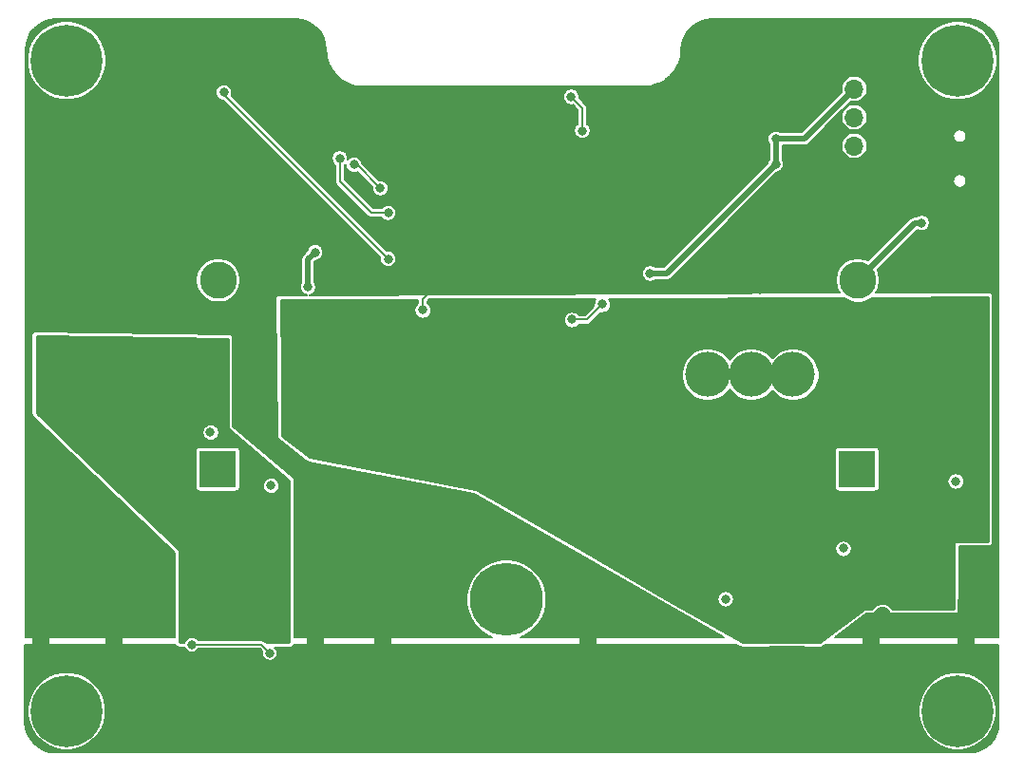
<source format=gbr>
G04 #@! TF.GenerationSoftware,KiCad,Pcbnew,(5.1.7-0-10_14)*
G04 #@! TF.CreationDate,2020-11-13T20:56:13+11:00*
G04 #@! TF.ProjectId,esp32_battery_isolator,65737033-325f-4626-9174-746572795f69,rev?*
G04 #@! TF.SameCoordinates,Original*
G04 #@! TF.FileFunction,Copper,L2,Bot*
G04 #@! TF.FilePolarity,Positive*
%FSLAX46Y46*%
G04 Gerber Fmt 4.6, Leading zero omitted, Abs format (unit mm)*
G04 Created by KiCad (PCBNEW (5.1.7-0-10_14)) date 2020-11-13 20:56:13*
%MOMM*%
%LPD*%
G01*
G04 APERTURE LIST*
G04 #@! TA.AperFunction,ComponentPad*
%ADD10C,6.500000*%
G04 #@! TD*
G04 #@! TA.AperFunction,ComponentPad*
%ADD11C,0.800000*%
G04 #@! TD*
G04 #@! TA.AperFunction,ComponentPad*
%ADD12C,6.400000*%
G04 #@! TD*
G04 #@! TA.AperFunction,ComponentPad*
%ADD13C,6.000000*%
G04 #@! TD*
G04 #@! TA.AperFunction,ComponentPad*
%ADD14R,1.700000X1.700000*%
G04 #@! TD*
G04 #@! TA.AperFunction,ComponentPad*
%ADD15O,1.700000X1.700000*%
G04 #@! TD*
G04 #@! TA.AperFunction,ComponentPad*
%ADD16R,3.300000X3.300000*%
G04 #@! TD*
G04 #@! TA.AperFunction,ComponentPad*
%ADD17C,4.000000*%
G04 #@! TD*
G04 #@! TA.AperFunction,ComponentPad*
%ADD18C,3.300000*%
G04 #@! TD*
G04 #@! TA.AperFunction,ViaPad*
%ADD19C,0.800000*%
G04 #@! TD*
G04 #@! TA.AperFunction,Conductor*
%ADD20C,1.500000*%
G04 #@! TD*
G04 #@! TA.AperFunction,Conductor*
%ADD21C,0.200000*%
G04 #@! TD*
G04 #@! TA.AperFunction,Conductor*
%ADD22C,0.500000*%
G04 #@! TD*
G04 #@! TA.AperFunction,Conductor*
%ADD23C,0.254000*%
G04 #@! TD*
G04 #@! TA.AperFunction,Conductor*
%ADD24C,0.100000*%
G04 #@! TD*
G04 #@! TA.AperFunction,Conductor*
%ADD25C,0.150000*%
G04 #@! TD*
G04 #@! TA.AperFunction,Conductor*
%ADD26C,0.130000*%
G04 #@! TD*
G04 APERTURE END LIST*
D10*
X145000000Y-127075000D03*
G04 #@! TA.AperFunction,ComponentPad*
G36*
G01*
X146625000Y-137525000D02*
X143375000Y-137525000D01*
G75*
G02*
X141750000Y-135900000I0J1625000D01*
G01*
X141750000Y-132650000D01*
G75*
G02*
X143375000Y-131025000I1625000J0D01*
G01*
X146625000Y-131025000D01*
G75*
G02*
X148250000Y-132650000I0J-1625000D01*
G01*
X148250000Y-135900000D01*
G75*
G02*
X146625000Y-137525000I-1625000J0D01*
G01*
G37*
G04 #@! TD.AperFunction*
D11*
X107497056Y-135302944D03*
X105800000Y-134600000D03*
X104102944Y-135302944D03*
X103400000Y-137000000D03*
X104102944Y-138697056D03*
X105800000Y-139400000D03*
X107497056Y-138697056D03*
X108200000Y-137000000D03*
D12*
X105800000Y-137000000D03*
D11*
X186897056Y-77302944D03*
X185200000Y-76600000D03*
X183502944Y-77302944D03*
X182800000Y-79000000D03*
X183502944Y-80697056D03*
X185200000Y-81400000D03*
X186897056Y-80697056D03*
X187600000Y-79000000D03*
D12*
X185200000Y-79000000D03*
X185200000Y-137000000D03*
D11*
X187600000Y-137000000D03*
X186897056Y-138697056D03*
X185200000Y-139400000D03*
X183502944Y-138697056D03*
X182800000Y-137000000D03*
X183502944Y-135302944D03*
X185200000Y-134600000D03*
X186897056Y-135302944D03*
X107497056Y-77302944D03*
X105800000Y-76600000D03*
X104102944Y-77302944D03*
X103400000Y-79000000D03*
X104102944Y-80697056D03*
X105800000Y-81400000D03*
X107497056Y-80697056D03*
X108200000Y-79000000D03*
D12*
X105800000Y-79000000D03*
D10*
X170000000Y-127275000D03*
G04 #@! TA.AperFunction,ComponentPad*
G36*
G01*
X171500000Y-137725000D02*
X168500000Y-137725000D01*
G75*
G02*
X167000000Y-136225000I0J1500000D01*
G01*
X167000000Y-132725000D01*
G75*
G02*
X168500000Y-131225000I1500000J0D01*
G01*
X171500000Y-131225000D01*
G75*
G02*
X173000000Y-132725000I0J-1500000D01*
G01*
X173000000Y-136225000D01*
G75*
G02*
X171500000Y-137725000I-1500000J0D01*
G01*
G37*
G04 #@! TD.AperFunction*
D13*
X120350000Y-127225000D03*
G04 #@! TA.AperFunction,ComponentPad*
G36*
G01*
X121850000Y-137425000D02*
X118850000Y-137425000D01*
G75*
G02*
X117350000Y-135925000I0J1500000D01*
G01*
X117350000Y-132925000D01*
G75*
G02*
X118850000Y-131425000I1500000J0D01*
G01*
X121850000Y-131425000D01*
G75*
G02*
X123350000Y-132925000I0J-1500000D01*
G01*
X123350000Y-135925000D01*
G75*
G02*
X121850000Y-137425000I-1500000J0D01*
G01*
G37*
G04 #@! TD.AperFunction*
D14*
X176000000Y-79000000D03*
D15*
X176000000Y-81540000D03*
X176000000Y-84080000D03*
X176000000Y-86620000D03*
D16*
X119200000Y-115400000D03*
D17*
X109800000Y-107000000D03*
X127700000Y-107000000D03*
D18*
X119300000Y-98600000D03*
D17*
X127700000Y-110800000D03*
X127700000Y-103200000D03*
X105900000Y-107000000D03*
X113500000Y-107000000D03*
X170500000Y-107000000D03*
X162900000Y-107000000D03*
X184700000Y-103200000D03*
X184700000Y-110800000D03*
D18*
X176300000Y-98600000D03*
D17*
X184700000Y-107000000D03*
X166800000Y-107000000D03*
D16*
X176200000Y-115400000D03*
D19*
X134000000Y-128750000D03*
X127000000Y-116250000D03*
X118250000Y-85000000D03*
X109000000Y-98500000D03*
X126150000Y-93000000D03*
X148750000Y-85000000D03*
X160000000Y-87500000D03*
X179250000Y-84500000D03*
X184250000Y-96500000D03*
X104500000Y-85000000D03*
X137000000Y-123250000D03*
X178500000Y-128500000D03*
X185000000Y-116500000D03*
X155750000Y-83000000D03*
X142250000Y-86250000D03*
X140250000Y-90000000D03*
X144250000Y-94500000D03*
X149750000Y-94500000D03*
X167750000Y-77750000D03*
X165000000Y-77750000D03*
X186000000Y-127250000D03*
X124250000Y-77500000D03*
X118500000Y-80250000D03*
X124250000Y-80000000D03*
X186000000Y-132250000D03*
X177500000Y-132750000D03*
X171750000Y-97000000D03*
X164500000Y-97000000D03*
X140500000Y-118750000D03*
X110000000Y-129750000D03*
X164500000Y-127000000D03*
X175000000Y-122500000D03*
X152250000Y-129750000D03*
X103500000Y-130000000D03*
X103500000Y-132000000D03*
X110250000Y-133250000D03*
X128000000Y-132250000D03*
X134000000Y-132500004D03*
X152250000Y-133250006D03*
X164750000Y-133500000D03*
X175750000Y-134500000D03*
X137500000Y-101250000D03*
X130050000Y-97950000D03*
X139750000Y-98000000D03*
X133200000Y-88000000D03*
X127200000Y-85600000D03*
X132400000Y-91000000D03*
X130500000Y-83800000D03*
X158700000Y-92400000D03*
X156900000Y-96850000D03*
X127550000Y-119900000D03*
X127550000Y-125550000D03*
X128950000Y-95050000D03*
X105950000Y-119600000D03*
X108550000Y-125950000D03*
X102800000Y-117600000D03*
X119650000Y-94650000D03*
X122550000Y-96450000D03*
X125950000Y-98400000D03*
X118600000Y-112150000D03*
X124000000Y-116900000D03*
X128000000Y-130000001D03*
X160600000Y-99450000D03*
X163050000Y-99400000D03*
X165200000Y-99400000D03*
X167550000Y-99400000D03*
X169000000Y-88250000D03*
X169000000Y-86000000D03*
X157800000Y-98000000D03*
X151750000Y-85285000D03*
X150750000Y-82250000D03*
X182000000Y-93500000D03*
X134450000Y-96700000D03*
X119800000Y-81850000D03*
X181000000Y-123500000D03*
X181000000Y-125000000D03*
X182050000Y-101000000D03*
X180400000Y-102750000D03*
X179000000Y-104300000D03*
X178950000Y-110550000D03*
X180450000Y-112100000D03*
X182050000Y-113900000D03*
X125400000Y-105100000D03*
X125450000Y-108900000D03*
X131400000Y-88300000D03*
X133750000Y-90400000D03*
X153500000Y-100750000D03*
X150800000Y-102100000D03*
X127300000Y-99200000D03*
X127950000Y-96100000D03*
X134450000Y-92600000D03*
X130150000Y-87750000D03*
X116937500Y-131112500D03*
X123900000Y-131850000D03*
D20*
X186000000Y-132250000D02*
X186000000Y-127250000D01*
X177500000Y-129500000D02*
X178500000Y-128500000D01*
X177500000Y-132750000D02*
X177500000Y-129500000D01*
X103500000Y-130000000D02*
X103500000Y-132000000D01*
D21*
X137500000Y-100250000D02*
X139750000Y-98000000D01*
X137500000Y-101250000D02*
X137500000Y-100250000D01*
D20*
X134000000Y-128750000D02*
X134000000Y-132500004D01*
X152250000Y-129750000D02*
X152250000Y-133250006D01*
X110000000Y-133000000D02*
X110250000Y-133250000D01*
X110000000Y-129750000D02*
X110000000Y-133000000D01*
X128000000Y-132500000D02*
X128000000Y-130000001D01*
D22*
X169000000Y-86000000D02*
X169000000Y-88250000D01*
X171540000Y-86000000D02*
X176000000Y-81540000D01*
X169000000Y-86000000D02*
X171540000Y-86000000D01*
X159250000Y-98000000D02*
X157800000Y-98000000D01*
X169000000Y-88250000D02*
X159250000Y-98000000D01*
D21*
X151750000Y-85285000D02*
X151750000Y-83250000D01*
X151750000Y-83250000D02*
X150750000Y-82250000D01*
D22*
X181400000Y-93500000D02*
X182000000Y-93500000D01*
X176300000Y-98600000D02*
X181400000Y-93500000D01*
D21*
X119800000Y-82050000D02*
X119800000Y-81850000D01*
X134450000Y-96700000D02*
X119800000Y-82050000D01*
X131650000Y-88300000D02*
X131400000Y-88300000D01*
X133750000Y-90400000D02*
X131650000Y-88300000D01*
X152150000Y-102100000D02*
X150800000Y-102100000D01*
X153500000Y-100750000D02*
X152150000Y-102100000D01*
D22*
X127300000Y-96750000D02*
X127950000Y-96100000D01*
X127300000Y-99200000D02*
X127300000Y-96750000D01*
D21*
X134450000Y-92600000D02*
X132963998Y-92600000D01*
X132963998Y-92600000D02*
X130150000Y-89786002D01*
X130150000Y-89786002D02*
X130150000Y-87750000D01*
X123162500Y-131112500D02*
X116937500Y-131112500D01*
X123900000Y-131850000D02*
X123162500Y-131112500D01*
D23*
X187873000Y-121873000D02*
X185000000Y-121873000D01*
X184975224Y-121875440D01*
X184951399Y-121882667D01*
X184929443Y-121894403D01*
X184910197Y-121910197D01*
X184894403Y-121929443D01*
X184882667Y-121951399D01*
X184875440Y-121975224D01*
X184873000Y-122000000D01*
X184873000Y-127153839D01*
X184869001Y-127194442D01*
X184869001Y-127873000D01*
X179447288Y-127873000D01*
X179444942Y-127868610D01*
X179303607Y-127696393D01*
X179131390Y-127555058D01*
X178934909Y-127450037D01*
X178721715Y-127385365D01*
X178500000Y-127363528D01*
X178278285Y-127385365D01*
X178065091Y-127450037D01*
X177868610Y-127555058D01*
X177739547Y-127660977D01*
X177527524Y-127873000D01*
X177000000Y-127873000D01*
X176975224Y-127875440D01*
X176951399Y-127882667D01*
X176923800Y-127898400D01*
X172957667Y-130873000D01*
X171813156Y-130873000D01*
X171500000Y-130842157D01*
X168500000Y-130842157D01*
X168186844Y-130873000D01*
X166033834Y-130873000D01*
X159146791Y-126923078D01*
X163719000Y-126923078D01*
X163719000Y-127076922D01*
X163749013Y-127227809D01*
X163807887Y-127369942D01*
X163893358Y-127497859D01*
X164002141Y-127606642D01*
X164130058Y-127692113D01*
X164272191Y-127750987D01*
X164423078Y-127781000D01*
X164576922Y-127781000D01*
X164727809Y-127750987D01*
X164869942Y-127692113D01*
X164997859Y-127606642D01*
X165106642Y-127497859D01*
X165192113Y-127369942D01*
X165250987Y-127227809D01*
X165281000Y-127076922D01*
X165281000Y-126923078D01*
X165250987Y-126772191D01*
X165192113Y-126630058D01*
X165106642Y-126502141D01*
X164997859Y-126393358D01*
X164869942Y-126307887D01*
X164727809Y-126249013D01*
X164576922Y-126219000D01*
X164423078Y-126219000D01*
X164272191Y-126249013D01*
X164130058Y-126307887D01*
X164002141Y-126393358D01*
X163893358Y-126502141D01*
X163807887Y-126630058D01*
X163749013Y-126772191D01*
X163719000Y-126923078D01*
X159146791Y-126923078D01*
X151300637Y-122423078D01*
X174219000Y-122423078D01*
X174219000Y-122576922D01*
X174249013Y-122727809D01*
X174307887Y-122869942D01*
X174393358Y-122997859D01*
X174502141Y-123106642D01*
X174630058Y-123192113D01*
X174772191Y-123250987D01*
X174923078Y-123281000D01*
X175076922Y-123281000D01*
X175227809Y-123250987D01*
X175369942Y-123192113D01*
X175497859Y-123106642D01*
X175606642Y-122997859D01*
X175692113Y-122869942D01*
X175750987Y-122727809D01*
X175781000Y-122576922D01*
X175781000Y-122423078D01*
X175750987Y-122272191D01*
X175692113Y-122130058D01*
X175606642Y-122002141D01*
X175497859Y-121893358D01*
X175369942Y-121807887D01*
X175227809Y-121749013D01*
X175076922Y-121719000D01*
X174923078Y-121719000D01*
X174772191Y-121749013D01*
X174630058Y-121807887D01*
X174502141Y-121893358D01*
X174393358Y-122002141D01*
X174307887Y-122130058D01*
X174249013Y-122272191D01*
X174219000Y-122423078D01*
X151300637Y-122423078D01*
X142263184Y-117239833D01*
X142240477Y-117229623D01*
X142224015Y-117225291D01*
X127454830Y-114381225D01*
X126665799Y-113750000D01*
X174167157Y-113750000D01*
X174167157Y-117050000D01*
X174174513Y-117124689D01*
X174196299Y-117196508D01*
X174231678Y-117262696D01*
X174279289Y-117320711D01*
X174337304Y-117368322D01*
X174403492Y-117403701D01*
X174475311Y-117425487D01*
X174550000Y-117432843D01*
X177850000Y-117432843D01*
X177924689Y-117425487D01*
X177996508Y-117403701D01*
X178062696Y-117368322D01*
X178120711Y-117320711D01*
X178168322Y-117262696D01*
X178203701Y-117196508D01*
X178225487Y-117124689D01*
X178232843Y-117050000D01*
X178232843Y-116423078D01*
X184219000Y-116423078D01*
X184219000Y-116576922D01*
X184249013Y-116727809D01*
X184307887Y-116869942D01*
X184393358Y-116997859D01*
X184502141Y-117106642D01*
X184630058Y-117192113D01*
X184772191Y-117250987D01*
X184923078Y-117281000D01*
X185076922Y-117281000D01*
X185227809Y-117250987D01*
X185369942Y-117192113D01*
X185497859Y-117106642D01*
X185606642Y-116997859D01*
X185692113Y-116869942D01*
X185750987Y-116727809D01*
X185781000Y-116576922D01*
X185781000Y-116423078D01*
X185750987Y-116272191D01*
X185692113Y-116130058D01*
X185606642Y-116002141D01*
X185497859Y-115893358D01*
X185369942Y-115807887D01*
X185227809Y-115749013D01*
X185076922Y-115719000D01*
X184923078Y-115719000D01*
X184772191Y-115749013D01*
X184630058Y-115807887D01*
X184502141Y-115893358D01*
X184393358Y-116002141D01*
X184307887Y-116130058D01*
X184249013Y-116272191D01*
X184219000Y-116423078D01*
X178232843Y-116423078D01*
X178232843Y-113750000D01*
X178225487Y-113675311D01*
X178203701Y-113603492D01*
X178168322Y-113537304D01*
X178120711Y-113479289D01*
X178062696Y-113431678D01*
X177996508Y-113396299D01*
X177924689Y-113374513D01*
X177850000Y-113367157D01*
X174550000Y-113367157D01*
X174475311Y-113374513D01*
X174403492Y-113396299D01*
X174337304Y-113431678D01*
X174279289Y-113479289D01*
X174231678Y-113537304D01*
X174196299Y-113603492D01*
X174174513Y-113675311D01*
X174167157Y-113750000D01*
X126665799Y-113750000D01*
X125026254Y-112438365D01*
X124956791Y-106765492D01*
X160519000Y-106765492D01*
X160519000Y-107234508D01*
X160610500Y-107694512D01*
X160789985Y-108127827D01*
X161050556Y-108517799D01*
X161382201Y-108849444D01*
X161772173Y-109110015D01*
X162205488Y-109289500D01*
X162665492Y-109381000D01*
X163134508Y-109381000D01*
X163594512Y-109289500D01*
X164027827Y-109110015D01*
X164417799Y-108849444D01*
X164749444Y-108517799D01*
X164850000Y-108367306D01*
X164950556Y-108517799D01*
X165282201Y-108849444D01*
X165672173Y-109110015D01*
X166105488Y-109289500D01*
X166565492Y-109381000D01*
X167034508Y-109381000D01*
X167494512Y-109289500D01*
X167927827Y-109110015D01*
X168317799Y-108849444D01*
X168649444Y-108517799D01*
X168650000Y-108516967D01*
X168650556Y-108517799D01*
X168982201Y-108849444D01*
X169372173Y-109110015D01*
X169805488Y-109289500D01*
X170265492Y-109381000D01*
X170734508Y-109381000D01*
X171194512Y-109289500D01*
X171627827Y-109110015D01*
X172017799Y-108849444D01*
X172349444Y-108517799D01*
X172610015Y-108127827D01*
X172789500Y-107694512D01*
X172881000Y-107234508D01*
X172881000Y-106765492D01*
X172789500Y-106305488D01*
X172610015Y-105872173D01*
X172349444Y-105482201D01*
X172017799Y-105150556D01*
X171627827Y-104889985D01*
X171194512Y-104710500D01*
X170734508Y-104619000D01*
X170265492Y-104619000D01*
X169805488Y-104710500D01*
X169372173Y-104889985D01*
X168982201Y-105150556D01*
X168650556Y-105482201D01*
X168650000Y-105483033D01*
X168649444Y-105482201D01*
X168317799Y-105150556D01*
X167927827Y-104889985D01*
X167494512Y-104710500D01*
X167034508Y-104619000D01*
X166565492Y-104619000D01*
X166105488Y-104710500D01*
X165672173Y-104889985D01*
X165282201Y-105150556D01*
X164950556Y-105482201D01*
X164850000Y-105632694D01*
X164749444Y-105482201D01*
X164417799Y-105150556D01*
X164027827Y-104889985D01*
X163594512Y-104710500D01*
X163134508Y-104619000D01*
X162665492Y-104619000D01*
X162205488Y-104710500D01*
X161772173Y-104889985D01*
X161382201Y-105150556D01*
X161050556Y-105482201D01*
X160789985Y-105872173D01*
X160610500Y-106305488D01*
X160519000Y-106765492D01*
X124956791Y-106765492D01*
X124878558Y-100376493D01*
X137019001Y-100328507D01*
X137019001Y-100632093D01*
X137002141Y-100643358D01*
X136893358Y-100752141D01*
X136807887Y-100880058D01*
X136749013Y-101022191D01*
X136719000Y-101173078D01*
X136719000Y-101326922D01*
X136749013Y-101477809D01*
X136807887Y-101619942D01*
X136893358Y-101747859D01*
X137002141Y-101856642D01*
X137130058Y-101942113D01*
X137272191Y-102000987D01*
X137423078Y-102031000D01*
X137576922Y-102031000D01*
X137727809Y-102000987D01*
X137869942Y-101942113D01*
X137997859Y-101856642D01*
X138106642Y-101747859D01*
X138192113Y-101619942D01*
X138250987Y-101477809D01*
X138281000Y-101326922D01*
X138281000Y-101173078D01*
X138250987Y-101022191D01*
X138192113Y-100880058D01*
X138106642Y-100752141D01*
X137997859Y-100643358D01*
X137981000Y-100632093D01*
X137981000Y-100449236D01*
X138106026Y-100324210D01*
X152884232Y-100265799D01*
X152807887Y-100380058D01*
X152749013Y-100522191D01*
X152719000Y-100673078D01*
X152719000Y-100826922D01*
X152722955Y-100846808D01*
X151950764Y-101619000D01*
X151417907Y-101619000D01*
X151406642Y-101602141D01*
X151297859Y-101493358D01*
X151169942Y-101407887D01*
X151027809Y-101349013D01*
X150876922Y-101319000D01*
X150723078Y-101319000D01*
X150572191Y-101349013D01*
X150430058Y-101407887D01*
X150302141Y-101493358D01*
X150193358Y-101602141D01*
X150107887Y-101730058D01*
X150049013Y-101872191D01*
X150019000Y-102023078D01*
X150019000Y-102176922D01*
X150049013Y-102327809D01*
X150107887Y-102469942D01*
X150193358Y-102597859D01*
X150302141Y-102706642D01*
X150430058Y-102792113D01*
X150572191Y-102850987D01*
X150723078Y-102881000D01*
X150876922Y-102881000D01*
X151027809Y-102850987D01*
X151169942Y-102792113D01*
X151297859Y-102706642D01*
X151406642Y-102597859D01*
X151417907Y-102581000D01*
X152126374Y-102581000D01*
X152150000Y-102583327D01*
X152173626Y-102581000D01*
X152244292Y-102574040D01*
X152334961Y-102546536D01*
X152418522Y-102501872D01*
X152491764Y-102441764D01*
X152506830Y-102423406D01*
X153403192Y-101527045D01*
X153423078Y-101531000D01*
X153576922Y-101531000D01*
X153727809Y-101500987D01*
X153869942Y-101442113D01*
X153997859Y-101356642D01*
X154106642Y-101247859D01*
X154192113Y-101119942D01*
X154250987Y-100977809D01*
X154281000Y-100826922D01*
X154281000Y-100673078D01*
X154250987Y-100522191D01*
X154192113Y-100380058D01*
X154112524Y-100260944D01*
X175006477Y-100178359D01*
X175337961Y-100399849D01*
X175707579Y-100552950D01*
X176099964Y-100631000D01*
X176500036Y-100631000D01*
X176892421Y-100552950D01*
X177262039Y-100399849D01*
X177594687Y-100177581D01*
X177604177Y-100168091D01*
X187873000Y-100127503D01*
X187873000Y-121873000D01*
G04 #@! TA.AperFunction,Conductor*
D24*
G36*
X187873000Y-121873000D02*
G01*
X185000000Y-121873000D01*
X184975224Y-121875440D01*
X184951399Y-121882667D01*
X184929443Y-121894403D01*
X184910197Y-121910197D01*
X184894403Y-121929443D01*
X184882667Y-121951399D01*
X184875440Y-121975224D01*
X184873000Y-122000000D01*
X184873000Y-127153839D01*
X184869001Y-127194442D01*
X184869001Y-127873000D01*
X179447288Y-127873000D01*
X179444942Y-127868610D01*
X179303607Y-127696393D01*
X179131390Y-127555058D01*
X178934909Y-127450037D01*
X178721715Y-127385365D01*
X178500000Y-127363528D01*
X178278285Y-127385365D01*
X178065091Y-127450037D01*
X177868610Y-127555058D01*
X177739547Y-127660977D01*
X177527524Y-127873000D01*
X177000000Y-127873000D01*
X176975224Y-127875440D01*
X176951399Y-127882667D01*
X176923800Y-127898400D01*
X172957667Y-130873000D01*
X171813156Y-130873000D01*
X171500000Y-130842157D01*
X168500000Y-130842157D01*
X168186844Y-130873000D01*
X166033834Y-130873000D01*
X159146791Y-126923078D01*
X163719000Y-126923078D01*
X163719000Y-127076922D01*
X163749013Y-127227809D01*
X163807887Y-127369942D01*
X163893358Y-127497859D01*
X164002141Y-127606642D01*
X164130058Y-127692113D01*
X164272191Y-127750987D01*
X164423078Y-127781000D01*
X164576922Y-127781000D01*
X164727809Y-127750987D01*
X164869942Y-127692113D01*
X164997859Y-127606642D01*
X165106642Y-127497859D01*
X165192113Y-127369942D01*
X165250987Y-127227809D01*
X165281000Y-127076922D01*
X165281000Y-126923078D01*
X165250987Y-126772191D01*
X165192113Y-126630058D01*
X165106642Y-126502141D01*
X164997859Y-126393358D01*
X164869942Y-126307887D01*
X164727809Y-126249013D01*
X164576922Y-126219000D01*
X164423078Y-126219000D01*
X164272191Y-126249013D01*
X164130058Y-126307887D01*
X164002141Y-126393358D01*
X163893358Y-126502141D01*
X163807887Y-126630058D01*
X163749013Y-126772191D01*
X163719000Y-126923078D01*
X159146791Y-126923078D01*
X151300637Y-122423078D01*
X174219000Y-122423078D01*
X174219000Y-122576922D01*
X174249013Y-122727809D01*
X174307887Y-122869942D01*
X174393358Y-122997859D01*
X174502141Y-123106642D01*
X174630058Y-123192113D01*
X174772191Y-123250987D01*
X174923078Y-123281000D01*
X175076922Y-123281000D01*
X175227809Y-123250987D01*
X175369942Y-123192113D01*
X175497859Y-123106642D01*
X175606642Y-122997859D01*
X175692113Y-122869942D01*
X175750987Y-122727809D01*
X175781000Y-122576922D01*
X175781000Y-122423078D01*
X175750987Y-122272191D01*
X175692113Y-122130058D01*
X175606642Y-122002141D01*
X175497859Y-121893358D01*
X175369942Y-121807887D01*
X175227809Y-121749013D01*
X175076922Y-121719000D01*
X174923078Y-121719000D01*
X174772191Y-121749013D01*
X174630058Y-121807887D01*
X174502141Y-121893358D01*
X174393358Y-122002141D01*
X174307887Y-122130058D01*
X174249013Y-122272191D01*
X174219000Y-122423078D01*
X151300637Y-122423078D01*
X142263184Y-117239833D01*
X142240477Y-117229623D01*
X142224015Y-117225291D01*
X127454830Y-114381225D01*
X126665799Y-113750000D01*
X174167157Y-113750000D01*
X174167157Y-117050000D01*
X174174513Y-117124689D01*
X174196299Y-117196508D01*
X174231678Y-117262696D01*
X174279289Y-117320711D01*
X174337304Y-117368322D01*
X174403492Y-117403701D01*
X174475311Y-117425487D01*
X174550000Y-117432843D01*
X177850000Y-117432843D01*
X177924689Y-117425487D01*
X177996508Y-117403701D01*
X178062696Y-117368322D01*
X178120711Y-117320711D01*
X178168322Y-117262696D01*
X178203701Y-117196508D01*
X178225487Y-117124689D01*
X178232843Y-117050000D01*
X178232843Y-116423078D01*
X184219000Y-116423078D01*
X184219000Y-116576922D01*
X184249013Y-116727809D01*
X184307887Y-116869942D01*
X184393358Y-116997859D01*
X184502141Y-117106642D01*
X184630058Y-117192113D01*
X184772191Y-117250987D01*
X184923078Y-117281000D01*
X185076922Y-117281000D01*
X185227809Y-117250987D01*
X185369942Y-117192113D01*
X185497859Y-117106642D01*
X185606642Y-116997859D01*
X185692113Y-116869942D01*
X185750987Y-116727809D01*
X185781000Y-116576922D01*
X185781000Y-116423078D01*
X185750987Y-116272191D01*
X185692113Y-116130058D01*
X185606642Y-116002141D01*
X185497859Y-115893358D01*
X185369942Y-115807887D01*
X185227809Y-115749013D01*
X185076922Y-115719000D01*
X184923078Y-115719000D01*
X184772191Y-115749013D01*
X184630058Y-115807887D01*
X184502141Y-115893358D01*
X184393358Y-116002141D01*
X184307887Y-116130058D01*
X184249013Y-116272191D01*
X184219000Y-116423078D01*
X178232843Y-116423078D01*
X178232843Y-113750000D01*
X178225487Y-113675311D01*
X178203701Y-113603492D01*
X178168322Y-113537304D01*
X178120711Y-113479289D01*
X178062696Y-113431678D01*
X177996508Y-113396299D01*
X177924689Y-113374513D01*
X177850000Y-113367157D01*
X174550000Y-113367157D01*
X174475311Y-113374513D01*
X174403492Y-113396299D01*
X174337304Y-113431678D01*
X174279289Y-113479289D01*
X174231678Y-113537304D01*
X174196299Y-113603492D01*
X174174513Y-113675311D01*
X174167157Y-113750000D01*
X126665799Y-113750000D01*
X125026254Y-112438365D01*
X124956791Y-106765492D01*
X160519000Y-106765492D01*
X160519000Y-107234508D01*
X160610500Y-107694512D01*
X160789985Y-108127827D01*
X161050556Y-108517799D01*
X161382201Y-108849444D01*
X161772173Y-109110015D01*
X162205488Y-109289500D01*
X162665492Y-109381000D01*
X163134508Y-109381000D01*
X163594512Y-109289500D01*
X164027827Y-109110015D01*
X164417799Y-108849444D01*
X164749444Y-108517799D01*
X164850000Y-108367306D01*
X164950556Y-108517799D01*
X165282201Y-108849444D01*
X165672173Y-109110015D01*
X166105488Y-109289500D01*
X166565492Y-109381000D01*
X167034508Y-109381000D01*
X167494512Y-109289500D01*
X167927827Y-109110015D01*
X168317799Y-108849444D01*
X168649444Y-108517799D01*
X168650000Y-108516967D01*
X168650556Y-108517799D01*
X168982201Y-108849444D01*
X169372173Y-109110015D01*
X169805488Y-109289500D01*
X170265492Y-109381000D01*
X170734508Y-109381000D01*
X171194512Y-109289500D01*
X171627827Y-109110015D01*
X172017799Y-108849444D01*
X172349444Y-108517799D01*
X172610015Y-108127827D01*
X172789500Y-107694512D01*
X172881000Y-107234508D01*
X172881000Y-106765492D01*
X172789500Y-106305488D01*
X172610015Y-105872173D01*
X172349444Y-105482201D01*
X172017799Y-105150556D01*
X171627827Y-104889985D01*
X171194512Y-104710500D01*
X170734508Y-104619000D01*
X170265492Y-104619000D01*
X169805488Y-104710500D01*
X169372173Y-104889985D01*
X168982201Y-105150556D01*
X168650556Y-105482201D01*
X168650000Y-105483033D01*
X168649444Y-105482201D01*
X168317799Y-105150556D01*
X167927827Y-104889985D01*
X167494512Y-104710500D01*
X167034508Y-104619000D01*
X166565492Y-104619000D01*
X166105488Y-104710500D01*
X165672173Y-104889985D01*
X165282201Y-105150556D01*
X164950556Y-105482201D01*
X164850000Y-105632694D01*
X164749444Y-105482201D01*
X164417799Y-105150556D01*
X164027827Y-104889985D01*
X163594512Y-104710500D01*
X163134508Y-104619000D01*
X162665492Y-104619000D01*
X162205488Y-104710500D01*
X161772173Y-104889985D01*
X161382201Y-105150556D01*
X161050556Y-105482201D01*
X160789985Y-105872173D01*
X160610500Y-106305488D01*
X160519000Y-106765492D01*
X124956791Y-106765492D01*
X124878558Y-100376493D01*
X137019001Y-100328507D01*
X137019001Y-100632093D01*
X137002141Y-100643358D01*
X136893358Y-100752141D01*
X136807887Y-100880058D01*
X136749013Y-101022191D01*
X136719000Y-101173078D01*
X136719000Y-101326922D01*
X136749013Y-101477809D01*
X136807887Y-101619942D01*
X136893358Y-101747859D01*
X137002141Y-101856642D01*
X137130058Y-101942113D01*
X137272191Y-102000987D01*
X137423078Y-102031000D01*
X137576922Y-102031000D01*
X137727809Y-102000987D01*
X137869942Y-101942113D01*
X137997859Y-101856642D01*
X138106642Y-101747859D01*
X138192113Y-101619942D01*
X138250987Y-101477809D01*
X138281000Y-101326922D01*
X138281000Y-101173078D01*
X138250987Y-101022191D01*
X138192113Y-100880058D01*
X138106642Y-100752141D01*
X137997859Y-100643358D01*
X137981000Y-100632093D01*
X137981000Y-100449236D01*
X138106026Y-100324210D01*
X152884232Y-100265799D01*
X152807887Y-100380058D01*
X152749013Y-100522191D01*
X152719000Y-100673078D01*
X152719000Y-100826922D01*
X152722955Y-100846808D01*
X151950764Y-101619000D01*
X151417907Y-101619000D01*
X151406642Y-101602141D01*
X151297859Y-101493358D01*
X151169942Y-101407887D01*
X151027809Y-101349013D01*
X150876922Y-101319000D01*
X150723078Y-101319000D01*
X150572191Y-101349013D01*
X150430058Y-101407887D01*
X150302141Y-101493358D01*
X150193358Y-101602141D01*
X150107887Y-101730058D01*
X150049013Y-101872191D01*
X150019000Y-102023078D01*
X150019000Y-102176922D01*
X150049013Y-102327809D01*
X150107887Y-102469942D01*
X150193358Y-102597859D01*
X150302141Y-102706642D01*
X150430058Y-102792113D01*
X150572191Y-102850987D01*
X150723078Y-102881000D01*
X150876922Y-102881000D01*
X151027809Y-102850987D01*
X151169942Y-102792113D01*
X151297859Y-102706642D01*
X151406642Y-102597859D01*
X151417907Y-102581000D01*
X152126374Y-102581000D01*
X152150000Y-102583327D01*
X152173626Y-102581000D01*
X152244292Y-102574040D01*
X152334961Y-102546536D01*
X152418522Y-102501872D01*
X152491764Y-102441764D01*
X152506830Y-102423406D01*
X153403192Y-101527045D01*
X153423078Y-101531000D01*
X153576922Y-101531000D01*
X153727809Y-101500987D01*
X153869942Y-101442113D01*
X153997859Y-101356642D01*
X154106642Y-101247859D01*
X154192113Y-101119942D01*
X154250987Y-100977809D01*
X154281000Y-100826922D01*
X154281000Y-100673078D01*
X154250987Y-100522191D01*
X154192113Y-100380058D01*
X154112524Y-100260944D01*
X175006477Y-100178359D01*
X175337961Y-100399849D01*
X175707579Y-100552950D01*
X176099964Y-100631000D01*
X176500036Y-100631000D01*
X176892421Y-100552950D01*
X177262039Y-100399849D01*
X177594687Y-100177581D01*
X177604177Y-100168091D01*
X187873000Y-100127503D01*
X187873000Y-121873000D01*
G37*
G04 #@! TD.AperFunction*
D23*
X120173000Y-103875178D02*
X120173000Y-111750000D01*
X120175440Y-111774776D01*
X120182667Y-111798601D01*
X120194403Y-111820557D01*
X120217826Y-111846832D01*
X125623000Y-116433792D01*
X125623000Y-130873000D01*
X123603236Y-130873000D01*
X123519330Y-130789094D01*
X123504264Y-130770736D01*
X123431022Y-130710628D01*
X123347461Y-130665964D01*
X123256792Y-130638460D01*
X123186126Y-130631500D01*
X123162500Y-130629173D01*
X123138874Y-130631500D01*
X117555407Y-130631500D01*
X117544142Y-130614641D01*
X117435359Y-130505858D01*
X117307442Y-130420387D01*
X117165309Y-130361513D01*
X117014422Y-130331500D01*
X116860578Y-130331500D01*
X116709691Y-130361513D01*
X116567558Y-130420387D01*
X116439641Y-130505858D01*
X116330858Y-130614641D01*
X116245387Y-130742558D01*
X116191356Y-130873000D01*
X115877000Y-130873000D01*
X115877000Y-122750000D01*
X115874560Y-122725224D01*
X115867333Y-122701399D01*
X115855597Y-122679443D01*
X115837989Y-122658420D01*
X106565961Y-113750000D01*
X117167157Y-113750000D01*
X117167157Y-117050000D01*
X117174513Y-117124689D01*
X117196299Y-117196508D01*
X117231678Y-117262696D01*
X117279289Y-117320711D01*
X117337304Y-117368322D01*
X117403492Y-117403701D01*
X117475311Y-117425487D01*
X117550000Y-117432843D01*
X120850000Y-117432843D01*
X120924689Y-117425487D01*
X120996508Y-117403701D01*
X121062696Y-117368322D01*
X121120711Y-117320711D01*
X121168322Y-117262696D01*
X121203701Y-117196508D01*
X121225487Y-117124689D01*
X121232843Y-117050000D01*
X121232843Y-116823078D01*
X123219000Y-116823078D01*
X123219000Y-116976922D01*
X123249013Y-117127809D01*
X123307887Y-117269942D01*
X123393358Y-117397859D01*
X123502141Y-117506642D01*
X123630058Y-117592113D01*
X123772191Y-117650987D01*
X123923078Y-117681000D01*
X124076922Y-117681000D01*
X124227809Y-117650987D01*
X124369942Y-117592113D01*
X124497859Y-117506642D01*
X124606642Y-117397859D01*
X124692113Y-117269942D01*
X124750987Y-117127809D01*
X124781000Y-116976922D01*
X124781000Y-116823078D01*
X124750987Y-116672191D01*
X124692113Y-116530058D01*
X124606642Y-116402141D01*
X124497859Y-116293358D01*
X124369942Y-116207887D01*
X124227809Y-116149013D01*
X124076922Y-116119000D01*
X123923078Y-116119000D01*
X123772191Y-116149013D01*
X123630058Y-116207887D01*
X123502141Y-116293358D01*
X123393358Y-116402141D01*
X123307887Y-116530058D01*
X123249013Y-116672191D01*
X123219000Y-116823078D01*
X121232843Y-116823078D01*
X121232843Y-113750000D01*
X121225487Y-113675311D01*
X121203701Y-113603492D01*
X121168322Y-113537304D01*
X121120711Y-113479289D01*
X121062696Y-113431678D01*
X120996508Y-113396299D01*
X120924689Y-113374513D01*
X120850000Y-113367157D01*
X117550000Y-113367157D01*
X117475311Y-113374513D01*
X117403492Y-113396299D01*
X117337304Y-113431678D01*
X117279289Y-113479289D01*
X117231678Y-113537304D01*
X117196299Y-113603492D01*
X117174513Y-113675311D01*
X117167157Y-113750000D01*
X106565961Y-113750000D01*
X104820593Y-112073078D01*
X117819000Y-112073078D01*
X117819000Y-112226922D01*
X117849013Y-112377809D01*
X117907887Y-112519942D01*
X117993358Y-112647859D01*
X118102141Y-112756642D01*
X118230058Y-112842113D01*
X118372191Y-112900987D01*
X118523078Y-112931000D01*
X118676922Y-112931000D01*
X118827809Y-112900987D01*
X118969942Y-112842113D01*
X119097859Y-112756642D01*
X119206642Y-112647859D01*
X119292113Y-112519942D01*
X119350987Y-112377809D01*
X119381000Y-112226922D01*
X119381000Y-112073078D01*
X119350987Y-111922191D01*
X119292113Y-111780058D01*
X119206642Y-111652141D01*
X119097859Y-111543358D01*
X118969942Y-111457887D01*
X118827809Y-111399013D01*
X118676922Y-111369000D01*
X118523078Y-111369000D01*
X118372191Y-111399013D01*
X118230058Y-111457887D01*
X118102141Y-111543358D01*
X117993358Y-111652141D01*
X117907887Y-111780058D01*
X117849013Y-111922191D01*
X117819000Y-112073078D01*
X104820593Y-112073078D01*
X103127000Y-110445901D01*
X103127000Y-103628849D01*
X120173000Y-103875178D01*
G04 #@! TA.AperFunction,Conductor*
D24*
G36*
X120173000Y-103875178D02*
G01*
X120173000Y-111750000D01*
X120175440Y-111774776D01*
X120182667Y-111798601D01*
X120194403Y-111820557D01*
X120217826Y-111846832D01*
X125623000Y-116433792D01*
X125623000Y-130873000D01*
X123603236Y-130873000D01*
X123519330Y-130789094D01*
X123504264Y-130770736D01*
X123431022Y-130710628D01*
X123347461Y-130665964D01*
X123256792Y-130638460D01*
X123186126Y-130631500D01*
X123162500Y-130629173D01*
X123138874Y-130631500D01*
X117555407Y-130631500D01*
X117544142Y-130614641D01*
X117435359Y-130505858D01*
X117307442Y-130420387D01*
X117165309Y-130361513D01*
X117014422Y-130331500D01*
X116860578Y-130331500D01*
X116709691Y-130361513D01*
X116567558Y-130420387D01*
X116439641Y-130505858D01*
X116330858Y-130614641D01*
X116245387Y-130742558D01*
X116191356Y-130873000D01*
X115877000Y-130873000D01*
X115877000Y-122750000D01*
X115874560Y-122725224D01*
X115867333Y-122701399D01*
X115855597Y-122679443D01*
X115837989Y-122658420D01*
X106565961Y-113750000D01*
X117167157Y-113750000D01*
X117167157Y-117050000D01*
X117174513Y-117124689D01*
X117196299Y-117196508D01*
X117231678Y-117262696D01*
X117279289Y-117320711D01*
X117337304Y-117368322D01*
X117403492Y-117403701D01*
X117475311Y-117425487D01*
X117550000Y-117432843D01*
X120850000Y-117432843D01*
X120924689Y-117425487D01*
X120996508Y-117403701D01*
X121062696Y-117368322D01*
X121120711Y-117320711D01*
X121168322Y-117262696D01*
X121203701Y-117196508D01*
X121225487Y-117124689D01*
X121232843Y-117050000D01*
X121232843Y-116823078D01*
X123219000Y-116823078D01*
X123219000Y-116976922D01*
X123249013Y-117127809D01*
X123307887Y-117269942D01*
X123393358Y-117397859D01*
X123502141Y-117506642D01*
X123630058Y-117592113D01*
X123772191Y-117650987D01*
X123923078Y-117681000D01*
X124076922Y-117681000D01*
X124227809Y-117650987D01*
X124369942Y-117592113D01*
X124497859Y-117506642D01*
X124606642Y-117397859D01*
X124692113Y-117269942D01*
X124750987Y-117127809D01*
X124781000Y-116976922D01*
X124781000Y-116823078D01*
X124750987Y-116672191D01*
X124692113Y-116530058D01*
X124606642Y-116402141D01*
X124497859Y-116293358D01*
X124369942Y-116207887D01*
X124227809Y-116149013D01*
X124076922Y-116119000D01*
X123923078Y-116119000D01*
X123772191Y-116149013D01*
X123630058Y-116207887D01*
X123502141Y-116293358D01*
X123393358Y-116402141D01*
X123307887Y-116530058D01*
X123249013Y-116672191D01*
X123219000Y-116823078D01*
X121232843Y-116823078D01*
X121232843Y-113750000D01*
X121225487Y-113675311D01*
X121203701Y-113603492D01*
X121168322Y-113537304D01*
X121120711Y-113479289D01*
X121062696Y-113431678D01*
X120996508Y-113396299D01*
X120924689Y-113374513D01*
X120850000Y-113367157D01*
X117550000Y-113367157D01*
X117475311Y-113374513D01*
X117403492Y-113396299D01*
X117337304Y-113431678D01*
X117279289Y-113479289D01*
X117231678Y-113537304D01*
X117196299Y-113603492D01*
X117174513Y-113675311D01*
X117167157Y-113750000D01*
X106565961Y-113750000D01*
X104820593Y-112073078D01*
X117819000Y-112073078D01*
X117819000Y-112226922D01*
X117849013Y-112377809D01*
X117907887Y-112519942D01*
X117993358Y-112647859D01*
X118102141Y-112756642D01*
X118230058Y-112842113D01*
X118372191Y-112900987D01*
X118523078Y-112931000D01*
X118676922Y-112931000D01*
X118827809Y-112900987D01*
X118969942Y-112842113D01*
X119097859Y-112756642D01*
X119206642Y-112647859D01*
X119292113Y-112519942D01*
X119350987Y-112377809D01*
X119381000Y-112226922D01*
X119381000Y-112073078D01*
X119350987Y-111922191D01*
X119292113Y-111780058D01*
X119206642Y-111652141D01*
X119097859Y-111543358D01*
X118969942Y-111457887D01*
X118827809Y-111399013D01*
X118676922Y-111369000D01*
X118523078Y-111369000D01*
X118372191Y-111399013D01*
X118230058Y-111457887D01*
X118102141Y-111543358D01*
X117993358Y-111652141D01*
X117907887Y-111780058D01*
X117849013Y-111922191D01*
X117819000Y-112073078D01*
X104820593Y-112073078D01*
X103127000Y-110445901D01*
X103127000Y-103628849D01*
X120173000Y-103875178D01*
G37*
G04 #@! TD.AperFunction*
D25*
X126764397Y-75402116D02*
X127259196Y-75551505D01*
X127715561Y-75794157D01*
X128116096Y-76120827D01*
X128445561Y-76519081D01*
X128691390Y-76973734D01*
X128844230Y-77467479D01*
X128899991Y-77998008D01*
X128900002Y-78001220D01*
X128900075Y-78022164D01*
X128901620Y-78037372D01*
X128901513Y-78052665D01*
X128901990Y-78057529D01*
X128963191Y-78639818D01*
X128969562Y-78670853D01*
X128975514Y-78702054D01*
X128976927Y-78706732D01*
X129150064Y-79266046D01*
X129162343Y-79295255D01*
X129174239Y-79324700D01*
X129176534Y-79329015D01*
X129455010Y-79844047D01*
X129472754Y-79870354D01*
X129490119Y-79896890D01*
X129493207Y-79900678D01*
X129866417Y-80351811D01*
X129888929Y-80374165D01*
X129911121Y-80396827D01*
X129914887Y-80399942D01*
X130368615Y-80769995D01*
X130395033Y-80787547D01*
X130421211Y-80805471D01*
X130425510Y-80807796D01*
X130942475Y-81082670D01*
X130971754Y-81094738D01*
X131000959Y-81107255D01*
X131005628Y-81108700D01*
X131566136Y-81277927D01*
X131597213Y-81284080D01*
X131628282Y-81290684D01*
X131633143Y-81291195D01*
X132215845Y-81348330D01*
X132215856Y-81348330D01*
X132232811Y-81350000D01*
X157267189Y-81350000D01*
X157267796Y-81349940D01*
X157272164Y-81349925D01*
X157287372Y-81348380D01*
X157302665Y-81348487D01*
X157307529Y-81348010D01*
X157889818Y-81286809D01*
X157920853Y-81280438D01*
X157952054Y-81274486D01*
X157956732Y-81273073D01*
X158516046Y-81099936D01*
X158545255Y-81087657D01*
X158574700Y-81075761D01*
X158579015Y-81073466D01*
X159094047Y-80794990D01*
X159120354Y-80777246D01*
X159146890Y-80759881D01*
X159150678Y-80756793D01*
X159601811Y-80383583D01*
X159624165Y-80361071D01*
X159646827Y-80338879D01*
X159649942Y-80335113D01*
X160019995Y-79881385D01*
X160037547Y-79854967D01*
X160055471Y-79828789D01*
X160057796Y-79824490D01*
X160332670Y-79307525D01*
X160344738Y-79278246D01*
X160357255Y-79249041D01*
X160358700Y-79244372D01*
X160527927Y-78683864D01*
X160534073Y-78652818D01*
X181675000Y-78652818D01*
X181675000Y-79347182D01*
X181810464Y-80028205D01*
X182076185Y-80669714D01*
X182461954Y-81247057D01*
X182952943Y-81738046D01*
X183530286Y-82123815D01*
X184171795Y-82389536D01*
X184852818Y-82525000D01*
X185547182Y-82525000D01*
X186228205Y-82389536D01*
X186869714Y-82123815D01*
X187447057Y-81738046D01*
X187938046Y-81247057D01*
X188323815Y-80669714D01*
X188589536Y-80028205D01*
X188725000Y-79347182D01*
X188725000Y-78652818D01*
X188589536Y-77971795D01*
X188323815Y-77330286D01*
X187938046Y-76752943D01*
X187447057Y-76261954D01*
X186869714Y-75876185D01*
X186228205Y-75610464D01*
X185547182Y-75475000D01*
X184852818Y-75475000D01*
X184171795Y-75610464D01*
X183530286Y-75876185D01*
X182952943Y-76261954D01*
X182461954Y-76752943D01*
X182076185Y-77330286D01*
X181810464Y-77971795D01*
X181675000Y-78652818D01*
X160534073Y-78652818D01*
X160534080Y-78652787D01*
X160540684Y-78621718D01*
X160541195Y-78616857D01*
X160598330Y-78034155D01*
X160598330Y-78034154D01*
X160652116Y-77485603D01*
X160801505Y-76990804D01*
X161044157Y-76534439D01*
X161370827Y-76133904D01*
X161769081Y-75804439D01*
X162223734Y-75558610D01*
X162717479Y-75405770D01*
X163248008Y-75350009D01*
X163250646Y-75350000D01*
X186182878Y-75350000D01*
X186714397Y-75402116D01*
X187209196Y-75551505D01*
X187665561Y-75794157D01*
X188066096Y-76120827D01*
X188395561Y-76519081D01*
X188641390Y-76973734D01*
X188794230Y-77467479D01*
X188849991Y-77998008D01*
X188850000Y-78000646D01*
X188850001Y-130425000D01*
X174315000Y-130425000D01*
X177109667Y-128329000D01*
X185000000Y-128329000D01*
X185064185Y-128322678D01*
X185125903Y-128303956D01*
X185182783Y-128273554D01*
X185232638Y-128232638D01*
X185273554Y-128182783D01*
X185303956Y-128125903D01*
X185322678Y-128064185D01*
X185329000Y-128000000D01*
X185329000Y-122329000D01*
X188000000Y-122329000D01*
X188064185Y-122322678D01*
X188125903Y-122303956D01*
X188182783Y-122273554D01*
X188232638Y-122232638D01*
X188273554Y-122182783D01*
X188303956Y-122125903D01*
X188322678Y-122064185D01*
X188329000Y-122000000D01*
X188329000Y-100000000D01*
X188322422Y-99934540D01*
X188303456Y-99872897D01*
X188272829Y-99816138D01*
X188231717Y-99766444D01*
X188181700Y-99725726D01*
X188124700Y-99695548D01*
X188062909Y-99677070D01*
X187998700Y-99671003D01*
X177933107Y-99710788D01*
X178050222Y-99535513D01*
X178199102Y-99176086D01*
X178275000Y-98794521D01*
X178275000Y-98405479D01*
X178199102Y-98023914D01*
X178050222Y-97664487D01*
X178049606Y-97663566D01*
X181605092Y-94108081D01*
X181656584Y-94142487D01*
X181788525Y-94197139D01*
X181928594Y-94225000D01*
X182071406Y-94225000D01*
X182211475Y-94197139D01*
X182343416Y-94142487D01*
X182462161Y-94063144D01*
X182563144Y-93962161D01*
X182642487Y-93843416D01*
X182697139Y-93711475D01*
X182725000Y-93571406D01*
X182725000Y-93428594D01*
X182697139Y-93288525D01*
X182642487Y-93156584D01*
X182563144Y-93037839D01*
X182462161Y-92936856D01*
X182343416Y-92857513D01*
X182211475Y-92802861D01*
X182071406Y-92775000D01*
X181928594Y-92775000D01*
X181788525Y-92802861D01*
X181656584Y-92857513D01*
X181555583Y-92925000D01*
X181428242Y-92925000D01*
X181399999Y-92922218D01*
X181371756Y-92925000D01*
X181371754Y-92925000D01*
X181287280Y-92933320D01*
X181178892Y-92966199D01*
X181079001Y-93019592D01*
X181033153Y-93057218D01*
X180991446Y-93091446D01*
X180973439Y-93113388D01*
X177236434Y-96850394D01*
X177235513Y-96849778D01*
X176876086Y-96700898D01*
X176494521Y-96625000D01*
X176105479Y-96625000D01*
X175723914Y-96700898D01*
X175364487Y-96849778D01*
X175041011Y-97065917D01*
X174765917Y-97341011D01*
X174549778Y-97664487D01*
X174400898Y-98023914D01*
X174325000Y-98405479D01*
X174325000Y-98794521D01*
X174400898Y-99176086D01*
X174549778Y-99535513D01*
X174675496Y-99723664D01*
X127445081Y-99910345D01*
X127511475Y-99897139D01*
X127643416Y-99842487D01*
X127762161Y-99763144D01*
X127863144Y-99662161D01*
X127942487Y-99543416D01*
X127997139Y-99411475D01*
X128025000Y-99271406D01*
X128025000Y-99128594D01*
X127997139Y-98988525D01*
X127942487Y-98856584D01*
X127875000Y-98755583D01*
X127875000Y-97928594D01*
X157075000Y-97928594D01*
X157075000Y-98071406D01*
X157102861Y-98211475D01*
X157157513Y-98343416D01*
X157236856Y-98462161D01*
X157337839Y-98563144D01*
X157456584Y-98642487D01*
X157588525Y-98697139D01*
X157728594Y-98725000D01*
X157871406Y-98725000D01*
X158011475Y-98697139D01*
X158143416Y-98642487D01*
X158244417Y-98575000D01*
X159221757Y-98575000D01*
X159250000Y-98577782D01*
X159278243Y-98575000D01*
X159278246Y-98575000D01*
X159362720Y-98566680D01*
X159471108Y-98533801D01*
X159570998Y-98480408D01*
X159658554Y-98408554D01*
X159676566Y-98386606D01*
X168372267Y-89690905D01*
X184800000Y-89690905D01*
X184800000Y-89809095D01*
X184823058Y-89925014D01*
X184868287Y-90034207D01*
X184933950Y-90132478D01*
X185017522Y-90216050D01*
X185115793Y-90281713D01*
X185224986Y-90326942D01*
X185340905Y-90350000D01*
X185459095Y-90350000D01*
X185575014Y-90326942D01*
X185684207Y-90281713D01*
X185782478Y-90216050D01*
X185866050Y-90132478D01*
X185931713Y-90034207D01*
X185976942Y-89925014D01*
X186000000Y-89809095D01*
X186000000Y-89690905D01*
X185976942Y-89574986D01*
X185931713Y-89465793D01*
X185866050Y-89367522D01*
X185782478Y-89283950D01*
X185684207Y-89218287D01*
X185575014Y-89173058D01*
X185459095Y-89150000D01*
X185340905Y-89150000D01*
X185224986Y-89173058D01*
X185115793Y-89218287D01*
X185017522Y-89283950D01*
X184933950Y-89367522D01*
X184868287Y-89465793D01*
X184823058Y-89574986D01*
X184800000Y-89690905D01*
X168372267Y-89690905D01*
X169092336Y-88970837D01*
X169211475Y-88947139D01*
X169343416Y-88892487D01*
X169462161Y-88813144D01*
X169563144Y-88712161D01*
X169642487Y-88593416D01*
X169697139Y-88461475D01*
X169725000Y-88321406D01*
X169725000Y-88178594D01*
X169697139Y-88038525D01*
X169642487Y-87906584D01*
X169575000Y-87805583D01*
X169575000Y-86575000D01*
X171511757Y-86575000D01*
X171540000Y-86577782D01*
X171568243Y-86575000D01*
X171568246Y-86575000D01*
X171652720Y-86566680D01*
X171761108Y-86533801D01*
X171816350Y-86504273D01*
X174825000Y-86504273D01*
X174825000Y-86735727D01*
X174870155Y-86962735D01*
X174958729Y-87176571D01*
X175087318Y-87369019D01*
X175250981Y-87532682D01*
X175443429Y-87661271D01*
X175657265Y-87749845D01*
X175884273Y-87795000D01*
X176115727Y-87795000D01*
X176342735Y-87749845D01*
X176556571Y-87661271D01*
X176749019Y-87532682D01*
X176912682Y-87369019D01*
X177041271Y-87176571D01*
X177129845Y-86962735D01*
X177175000Y-86735727D01*
X177175000Y-86504273D01*
X177129845Y-86277265D01*
X177041271Y-86063429D01*
X176912682Y-85870981D01*
X176749019Y-85707318D01*
X176724456Y-85690905D01*
X184800000Y-85690905D01*
X184800000Y-85809095D01*
X184823058Y-85925014D01*
X184868287Y-86034207D01*
X184933950Y-86132478D01*
X185017522Y-86216050D01*
X185115793Y-86281713D01*
X185224986Y-86326942D01*
X185340905Y-86350000D01*
X185459095Y-86350000D01*
X185575014Y-86326942D01*
X185684207Y-86281713D01*
X185782478Y-86216050D01*
X185866050Y-86132478D01*
X185931713Y-86034207D01*
X185976942Y-85925014D01*
X186000000Y-85809095D01*
X186000000Y-85690905D01*
X185976942Y-85574986D01*
X185931713Y-85465793D01*
X185866050Y-85367522D01*
X185782478Y-85283950D01*
X185684207Y-85218287D01*
X185575014Y-85173058D01*
X185459095Y-85150000D01*
X185340905Y-85150000D01*
X185224986Y-85173058D01*
X185115793Y-85218287D01*
X185017522Y-85283950D01*
X184933950Y-85367522D01*
X184868287Y-85465793D01*
X184823058Y-85574986D01*
X184800000Y-85690905D01*
X176724456Y-85690905D01*
X176556571Y-85578729D01*
X176342735Y-85490155D01*
X176115727Y-85445000D01*
X175884273Y-85445000D01*
X175657265Y-85490155D01*
X175443429Y-85578729D01*
X175250981Y-85707318D01*
X175087318Y-85870981D01*
X174958729Y-86063429D01*
X174870155Y-86277265D01*
X174825000Y-86504273D01*
X171816350Y-86504273D01*
X171860998Y-86480408D01*
X171948554Y-86408554D01*
X171966566Y-86386606D01*
X174388899Y-83964273D01*
X174825000Y-83964273D01*
X174825000Y-84195727D01*
X174870155Y-84422735D01*
X174958729Y-84636571D01*
X175087318Y-84829019D01*
X175250981Y-84992682D01*
X175443429Y-85121271D01*
X175657265Y-85209845D01*
X175884273Y-85255000D01*
X176115727Y-85255000D01*
X176342735Y-85209845D01*
X176556571Y-85121271D01*
X176749019Y-84992682D01*
X176912682Y-84829019D01*
X177041271Y-84636571D01*
X177129845Y-84422735D01*
X177175000Y-84195727D01*
X177175000Y-83964273D01*
X177129845Y-83737265D01*
X177041271Y-83523429D01*
X176912682Y-83330981D01*
X176749019Y-83167318D01*
X176556571Y-83038729D01*
X176342735Y-82950155D01*
X176115727Y-82905000D01*
X175884273Y-82905000D01*
X175657265Y-82950155D01*
X175443429Y-83038729D01*
X175250981Y-83167318D01*
X175087318Y-83330981D01*
X174958729Y-83523429D01*
X174870155Y-83737265D01*
X174825000Y-83964273D01*
X174388899Y-83964273D01*
X175679003Y-82674169D01*
X175884273Y-82715000D01*
X176115727Y-82715000D01*
X176342735Y-82669845D01*
X176556571Y-82581271D01*
X176749019Y-82452682D01*
X176912682Y-82289019D01*
X177041271Y-82096571D01*
X177129845Y-81882735D01*
X177175000Y-81655727D01*
X177175000Y-81424273D01*
X177129845Y-81197265D01*
X177041271Y-80983429D01*
X176912682Y-80790981D01*
X176749019Y-80627318D01*
X176556571Y-80498729D01*
X176342735Y-80410155D01*
X176115727Y-80365000D01*
X175884273Y-80365000D01*
X175657265Y-80410155D01*
X175443429Y-80498729D01*
X175250981Y-80627318D01*
X175087318Y-80790981D01*
X174958729Y-80983429D01*
X174870155Y-81197265D01*
X174825000Y-81424273D01*
X174825000Y-81655727D01*
X174865831Y-81860997D01*
X171301828Y-85425000D01*
X169444417Y-85425000D01*
X169343416Y-85357513D01*
X169211475Y-85302861D01*
X169071406Y-85275000D01*
X168928594Y-85275000D01*
X168788525Y-85302861D01*
X168656584Y-85357513D01*
X168537839Y-85436856D01*
X168436856Y-85537839D01*
X168357513Y-85656584D01*
X168302861Y-85788525D01*
X168275000Y-85928594D01*
X168275000Y-86071406D01*
X168302861Y-86211475D01*
X168357513Y-86343416D01*
X168425000Y-86444418D01*
X168425001Y-87805582D01*
X168357513Y-87906584D01*
X168302861Y-88038525D01*
X168279163Y-88157664D01*
X159011828Y-97425000D01*
X158244417Y-97425000D01*
X158143416Y-97357513D01*
X158011475Y-97302861D01*
X157871406Y-97275000D01*
X157728594Y-97275000D01*
X157588525Y-97302861D01*
X157456584Y-97357513D01*
X157337839Y-97436856D01*
X157236856Y-97537839D01*
X157157513Y-97656584D01*
X157102861Y-97788525D01*
X157075000Y-97928594D01*
X127875000Y-97928594D01*
X127875000Y-96988172D01*
X128042336Y-96820837D01*
X128161475Y-96797139D01*
X128293416Y-96742487D01*
X128412161Y-96663144D01*
X128513144Y-96562161D01*
X128592487Y-96443416D01*
X128647139Y-96311475D01*
X128675000Y-96171406D01*
X128675000Y-96028594D01*
X128647139Y-95888525D01*
X128592487Y-95756584D01*
X128513144Y-95637839D01*
X128412161Y-95536856D01*
X128293416Y-95457513D01*
X128161475Y-95402861D01*
X128021406Y-95375000D01*
X127878594Y-95375000D01*
X127738525Y-95402861D01*
X127606584Y-95457513D01*
X127487839Y-95536856D01*
X127386856Y-95637839D01*
X127307513Y-95756584D01*
X127252861Y-95888525D01*
X127229163Y-96007664D01*
X126913389Y-96323439D01*
X126891447Y-96341446D01*
X126873441Y-96363387D01*
X126819592Y-96429002D01*
X126766199Y-96528893D01*
X126733321Y-96637281D01*
X126722218Y-96750000D01*
X126725001Y-96778253D01*
X126725000Y-98755582D01*
X126657513Y-98856584D01*
X126602861Y-98988525D01*
X126575000Y-99128594D01*
X126575000Y-99271406D01*
X126602861Y-99411475D01*
X126657513Y-99543416D01*
X126736856Y-99662161D01*
X126837839Y-99763144D01*
X126956584Y-99842487D01*
X127088525Y-99897139D01*
X127160573Y-99911470D01*
X124748700Y-99921003D01*
X124681869Y-99928132D01*
X124620385Y-99947608D01*
X124563882Y-99978705D01*
X124514531Y-100020228D01*
X124474229Y-100070580D01*
X124444525Y-100127828D01*
X124426560Y-100189771D01*
X124421025Y-100254028D01*
X124571025Y-112504028D01*
X124573012Y-112536332D01*
X124586383Y-112599426D01*
X124611806Y-112658699D01*
X124648305Y-112711874D01*
X124694475Y-112756906D01*
X127194475Y-114756906D01*
X127275957Y-114804720D01*
X127337788Y-114823065D01*
X142083915Y-117662691D01*
X164336147Y-130425000D01*
X146254310Y-130425000D01*
X146693398Y-130243124D01*
X147278930Y-129851884D01*
X147776884Y-129353930D01*
X148168124Y-128768398D01*
X148437615Y-128117789D01*
X148575000Y-127427107D01*
X148575000Y-126722893D01*
X148437615Y-126032211D01*
X148168124Y-125381602D01*
X147776884Y-124796070D01*
X147278930Y-124298116D01*
X146693398Y-123906876D01*
X146042789Y-123637385D01*
X145352107Y-123500000D01*
X144647893Y-123500000D01*
X143957211Y-123637385D01*
X143306602Y-123906876D01*
X142721070Y-124298116D01*
X142223116Y-124796070D01*
X141831876Y-125381602D01*
X141562385Y-126032211D01*
X141425000Y-126722893D01*
X141425000Y-127427107D01*
X141562385Y-128117789D01*
X141831876Y-128768398D01*
X142223116Y-129353930D01*
X142721070Y-129851884D01*
X143306602Y-130243124D01*
X143745690Y-130425000D01*
X126079000Y-130425000D01*
X126079000Y-116375000D01*
X126066364Y-116284695D01*
X126042667Y-116224710D01*
X126007724Y-116170502D01*
X125962876Y-116124152D01*
X120629000Y-111597698D01*
X120629000Y-103750000D01*
X120623572Y-103690484D01*
X120605744Y-103628502D01*
X120576166Y-103571189D01*
X120535975Y-103520748D01*
X120486716Y-103479116D01*
X120430282Y-103447895D01*
X120368841Y-103428283D01*
X120304754Y-103421034D01*
X103004754Y-103171034D01*
X102935815Y-103177322D01*
X102874097Y-103196044D01*
X102817217Y-103226446D01*
X102767362Y-103267362D01*
X102726446Y-103317217D01*
X102696044Y-103374097D01*
X102677322Y-103435815D01*
X102671000Y-103500000D01*
X102671000Y-110500000D01*
X102678670Y-110570624D01*
X102698622Y-110631956D01*
X102730156Y-110688216D01*
X102772060Y-110737243D01*
X115421000Y-122890146D01*
X115421000Y-130425000D01*
X102150000Y-130425000D01*
X102150000Y-98405479D01*
X117325000Y-98405479D01*
X117325000Y-98794521D01*
X117400898Y-99176086D01*
X117549778Y-99535513D01*
X117765917Y-99858989D01*
X118041011Y-100134083D01*
X118364487Y-100350222D01*
X118723914Y-100499102D01*
X119105479Y-100575000D01*
X119494521Y-100575000D01*
X119876086Y-100499102D01*
X120235513Y-100350222D01*
X120558989Y-100134083D01*
X120834083Y-99858989D01*
X121050222Y-99535513D01*
X121199102Y-99176086D01*
X121275000Y-98794521D01*
X121275000Y-98405479D01*
X121199102Y-98023914D01*
X121050222Y-97664487D01*
X120834083Y-97341011D01*
X120558989Y-97065917D01*
X120235513Y-96849778D01*
X119876086Y-96700898D01*
X119494521Y-96625000D01*
X119105479Y-96625000D01*
X118723914Y-96700898D01*
X118364487Y-96849778D01*
X118041011Y-97065917D01*
X117765917Y-97341011D01*
X117549778Y-97664487D01*
X117400898Y-98023914D01*
X117325000Y-98405479D01*
X102150000Y-98405479D01*
X102150000Y-78652818D01*
X102275000Y-78652818D01*
X102275000Y-79347182D01*
X102410464Y-80028205D01*
X102676185Y-80669714D01*
X103061954Y-81247057D01*
X103552943Y-81738046D01*
X104130286Y-82123815D01*
X104771795Y-82389536D01*
X105452818Y-82525000D01*
X106147182Y-82525000D01*
X106828205Y-82389536D01*
X107469714Y-82123815D01*
X107986372Y-81778594D01*
X119075000Y-81778594D01*
X119075000Y-81921406D01*
X119102861Y-82061475D01*
X119157513Y-82193416D01*
X119236856Y-82312161D01*
X119337839Y-82413144D01*
X119456584Y-82492487D01*
X119588525Y-82547139D01*
X119722809Y-82573849D01*
X133733719Y-96584760D01*
X133725000Y-96628594D01*
X133725000Y-96771406D01*
X133752861Y-96911475D01*
X133807513Y-97043416D01*
X133886856Y-97162161D01*
X133987839Y-97263144D01*
X134106584Y-97342487D01*
X134238525Y-97397139D01*
X134378594Y-97425000D01*
X134521406Y-97425000D01*
X134661475Y-97397139D01*
X134793416Y-97342487D01*
X134912161Y-97263144D01*
X135013144Y-97162161D01*
X135092487Y-97043416D01*
X135147139Y-96911475D01*
X135175000Y-96771406D01*
X135175000Y-96628594D01*
X135147139Y-96488525D01*
X135092487Y-96356584D01*
X135013144Y-96237839D01*
X134912161Y-96136856D01*
X134793416Y-96057513D01*
X134661475Y-96002861D01*
X134521406Y-95975000D01*
X134378594Y-95975000D01*
X134334760Y-95983719D01*
X126029635Y-87678594D01*
X129425000Y-87678594D01*
X129425000Y-87821406D01*
X129452861Y-87961475D01*
X129507513Y-88093416D01*
X129586856Y-88212161D01*
X129687839Y-88313144D01*
X129725001Y-88337975D01*
X129725000Y-89765135D01*
X129722945Y-89786002D01*
X129725000Y-89806869D01*
X129725000Y-89806875D01*
X129731150Y-89869315D01*
X129755452Y-89949428D01*
X129794916Y-90023261D01*
X129848026Y-90087976D01*
X129864243Y-90101285D01*
X132648719Y-92885762D01*
X132662024Y-92901974D01*
X132726738Y-92955084D01*
X132800571Y-92994548D01*
X132856381Y-93011478D01*
X132880683Y-93018850D01*
X132888217Y-93019592D01*
X132943124Y-93025000D01*
X132943130Y-93025000D01*
X132963997Y-93027055D01*
X132984864Y-93025000D01*
X133862026Y-93025000D01*
X133886856Y-93062161D01*
X133987839Y-93163144D01*
X134106584Y-93242487D01*
X134238525Y-93297139D01*
X134378594Y-93325000D01*
X134521406Y-93325000D01*
X134661475Y-93297139D01*
X134793416Y-93242487D01*
X134912161Y-93163144D01*
X135013144Y-93062161D01*
X135092487Y-92943416D01*
X135147139Y-92811475D01*
X135175000Y-92671406D01*
X135175000Y-92528594D01*
X135147139Y-92388525D01*
X135092487Y-92256584D01*
X135013144Y-92137839D01*
X134912161Y-92036856D01*
X134793416Y-91957513D01*
X134661475Y-91902861D01*
X134521406Y-91875000D01*
X134378594Y-91875000D01*
X134238525Y-91902861D01*
X134106584Y-91957513D01*
X133987839Y-92036856D01*
X133886856Y-92137839D01*
X133862026Y-92175000D01*
X133140039Y-92175000D01*
X130575000Y-89609962D01*
X130575000Y-88337974D01*
X130612161Y-88313144D01*
X130675000Y-88250305D01*
X130675000Y-88371406D01*
X130702861Y-88511475D01*
X130757513Y-88643416D01*
X130836856Y-88762161D01*
X130937839Y-88863144D01*
X131056584Y-88942487D01*
X131188525Y-88997139D01*
X131328594Y-89025000D01*
X131471406Y-89025000D01*
X131611475Y-88997139D01*
X131706668Y-88957708D01*
X133033719Y-90284760D01*
X133025000Y-90328594D01*
X133025000Y-90471406D01*
X133052861Y-90611475D01*
X133107513Y-90743416D01*
X133186856Y-90862161D01*
X133287839Y-90963144D01*
X133406584Y-91042487D01*
X133538525Y-91097139D01*
X133678594Y-91125000D01*
X133821406Y-91125000D01*
X133961475Y-91097139D01*
X134093416Y-91042487D01*
X134212161Y-90963144D01*
X134313144Y-90862161D01*
X134392487Y-90743416D01*
X134447139Y-90611475D01*
X134475000Y-90471406D01*
X134475000Y-90328594D01*
X134447139Y-90188525D01*
X134392487Y-90056584D01*
X134313144Y-89937839D01*
X134212161Y-89836856D01*
X134093416Y-89757513D01*
X133961475Y-89702861D01*
X133821406Y-89675000D01*
X133678594Y-89675000D01*
X133634760Y-89683719D01*
X132111434Y-88160394D01*
X132097139Y-88088525D01*
X132042487Y-87956584D01*
X131963144Y-87837839D01*
X131862161Y-87736856D01*
X131743416Y-87657513D01*
X131611475Y-87602861D01*
X131471406Y-87575000D01*
X131328594Y-87575000D01*
X131188525Y-87602861D01*
X131056584Y-87657513D01*
X130937839Y-87736856D01*
X130875000Y-87799695D01*
X130875000Y-87678594D01*
X130847139Y-87538525D01*
X130792487Y-87406584D01*
X130713144Y-87287839D01*
X130612161Y-87186856D01*
X130493416Y-87107513D01*
X130361475Y-87052861D01*
X130221406Y-87025000D01*
X130078594Y-87025000D01*
X129938525Y-87052861D01*
X129806584Y-87107513D01*
X129687839Y-87186856D01*
X129586856Y-87287839D01*
X129507513Y-87406584D01*
X129452861Y-87538525D01*
X129425000Y-87678594D01*
X126029635Y-87678594D01*
X120529635Y-82178594D01*
X150025000Y-82178594D01*
X150025000Y-82321406D01*
X150052861Y-82461475D01*
X150107513Y-82593416D01*
X150186856Y-82712161D01*
X150287839Y-82813144D01*
X150406584Y-82892487D01*
X150538525Y-82947139D01*
X150678594Y-82975000D01*
X150821406Y-82975000D01*
X150865241Y-82966281D01*
X151325001Y-83426041D01*
X151325000Y-84697026D01*
X151287839Y-84721856D01*
X151186856Y-84822839D01*
X151107513Y-84941584D01*
X151052861Y-85073525D01*
X151025000Y-85213594D01*
X151025000Y-85356406D01*
X151052861Y-85496475D01*
X151107513Y-85628416D01*
X151186856Y-85747161D01*
X151287839Y-85848144D01*
X151406584Y-85927487D01*
X151538525Y-85982139D01*
X151678594Y-86010000D01*
X151821406Y-86010000D01*
X151961475Y-85982139D01*
X152093416Y-85927487D01*
X152212161Y-85848144D01*
X152313144Y-85747161D01*
X152392487Y-85628416D01*
X152447139Y-85496475D01*
X152475000Y-85356406D01*
X152475000Y-85213594D01*
X152447139Y-85073525D01*
X152392487Y-84941584D01*
X152313144Y-84822839D01*
X152212161Y-84721856D01*
X152175000Y-84697026D01*
X152175000Y-83270874D01*
X152177056Y-83250000D01*
X152168850Y-83166686D01*
X152144548Y-83086573D01*
X152118975Y-83038729D01*
X152105084Y-83012740D01*
X152051974Y-82948026D01*
X152035756Y-82934716D01*
X151466281Y-82365241D01*
X151475000Y-82321406D01*
X151475000Y-82178594D01*
X151447139Y-82038525D01*
X151392487Y-81906584D01*
X151313144Y-81787839D01*
X151212161Y-81686856D01*
X151093416Y-81607513D01*
X150961475Y-81552861D01*
X150821406Y-81525000D01*
X150678594Y-81525000D01*
X150538525Y-81552861D01*
X150406584Y-81607513D01*
X150287839Y-81686856D01*
X150186856Y-81787839D01*
X150107513Y-81906584D01*
X150052861Y-82038525D01*
X150025000Y-82178594D01*
X120529635Y-82178594D01*
X120472353Y-82121313D01*
X120497139Y-82061475D01*
X120525000Y-81921406D01*
X120525000Y-81778594D01*
X120497139Y-81638525D01*
X120442487Y-81506584D01*
X120363144Y-81387839D01*
X120262161Y-81286856D01*
X120143416Y-81207513D01*
X120011475Y-81152861D01*
X119871406Y-81125000D01*
X119728594Y-81125000D01*
X119588525Y-81152861D01*
X119456584Y-81207513D01*
X119337839Y-81286856D01*
X119236856Y-81387839D01*
X119157513Y-81506584D01*
X119102861Y-81638525D01*
X119075000Y-81778594D01*
X107986372Y-81778594D01*
X108047057Y-81738046D01*
X108538046Y-81247057D01*
X108923815Y-80669714D01*
X109189536Y-80028205D01*
X109325000Y-79347182D01*
X109325000Y-78652818D01*
X109189536Y-77971795D01*
X108923815Y-77330286D01*
X108538046Y-76752943D01*
X108047057Y-76261954D01*
X107469714Y-75876185D01*
X106828205Y-75610464D01*
X106147182Y-75475000D01*
X105452818Y-75475000D01*
X104771795Y-75610464D01*
X104130286Y-75876185D01*
X103552943Y-76261954D01*
X103061954Y-76752943D01*
X102676185Y-77330286D01*
X102410464Y-77971795D01*
X102275000Y-78652818D01*
X102150000Y-78652818D01*
X102150000Y-78017122D01*
X102202116Y-77485603D01*
X102351505Y-76990804D01*
X102594157Y-76534439D01*
X102920827Y-76133904D01*
X103319081Y-75804439D01*
X103773734Y-75558610D01*
X104267479Y-75405770D01*
X104798008Y-75350009D01*
X104800646Y-75350000D01*
X126232878Y-75350000D01*
X126764397Y-75402116D01*
G04 #@! TA.AperFunction,Conductor*
D24*
G36*
X126764397Y-75402116D02*
G01*
X127259196Y-75551505D01*
X127715561Y-75794157D01*
X128116096Y-76120827D01*
X128445561Y-76519081D01*
X128691390Y-76973734D01*
X128844230Y-77467479D01*
X128899991Y-77998008D01*
X128900002Y-78001220D01*
X128900075Y-78022164D01*
X128901620Y-78037372D01*
X128901513Y-78052665D01*
X128901990Y-78057529D01*
X128963191Y-78639818D01*
X128969562Y-78670853D01*
X128975514Y-78702054D01*
X128976927Y-78706732D01*
X129150064Y-79266046D01*
X129162343Y-79295255D01*
X129174239Y-79324700D01*
X129176534Y-79329015D01*
X129455010Y-79844047D01*
X129472754Y-79870354D01*
X129490119Y-79896890D01*
X129493207Y-79900678D01*
X129866417Y-80351811D01*
X129888929Y-80374165D01*
X129911121Y-80396827D01*
X129914887Y-80399942D01*
X130368615Y-80769995D01*
X130395033Y-80787547D01*
X130421211Y-80805471D01*
X130425510Y-80807796D01*
X130942475Y-81082670D01*
X130971754Y-81094738D01*
X131000959Y-81107255D01*
X131005628Y-81108700D01*
X131566136Y-81277927D01*
X131597213Y-81284080D01*
X131628282Y-81290684D01*
X131633143Y-81291195D01*
X132215845Y-81348330D01*
X132215856Y-81348330D01*
X132232811Y-81350000D01*
X157267189Y-81350000D01*
X157267796Y-81349940D01*
X157272164Y-81349925D01*
X157287372Y-81348380D01*
X157302665Y-81348487D01*
X157307529Y-81348010D01*
X157889818Y-81286809D01*
X157920853Y-81280438D01*
X157952054Y-81274486D01*
X157956732Y-81273073D01*
X158516046Y-81099936D01*
X158545255Y-81087657D01*
X158574700Y-81075761D01*
X158579015Y-81073466D01*
X159094047Y-80794990D01*
X159120354Y-80777246D01*
X159146890Y-80759881D01*
X159150678Y-80756793D01*
X159601811Y-80383583D01*
X159624165Y-80361071D01*
X159646827Y-80338879D01*
X159649942Y-80335113D01*
X160019995Y-79881385D01*
X160037547Y-79854967D01*
X160055471Y-79828789D01*
X160057796Y-79824490D01*
X160332670Y-79307525D01*
X160344738Y-79278246D01*
X160357255Y-79249041D01*
X160358700Y-79244372D01*
X160527927Y-78683864D01*
X160534073Y-78652818D01*
X181675000Y-78652818D01*
X181675000Y-79347182D01*
X181810464Y-80028205D01*
X182076185Y-80669714D01*
X182461954Y-81247057D01*
X182952943Y-81738046D01*
X183530286Y-82123815D01*
X184171795Y-82389536D01*
X184852818Y-82525000D01*
X185547182Y-82525000D01*
X186228205Y-82389536D01*
X186869714Y-82123815D01*
X187447057Y-81738046D01*
X187938046Y-81247057D01*
X188323815Y-80669714D01*
X188589536Y-80028205D01*
X188725000Y-79347182D01*
X188725000Y-78652818D01*
X188589536Y-77971795D01*
X188323815Y-77330286D01*
X187938046Y-76752943D01*
X187447057Y-76261954D01*
X186869714Y-75876185D01*
X186228205Y-75610464D01*
X185547182Y-75475000D01*
X184852818Y-75475000D01*
X184171795Y-75610464D01*
X183530286Y-75876185D01*
X182952943Y-76261954D01*
X182461954Y-76752943D01*
X182076185Y-77330286D01*
X181810464Y-77971795D01*
X181675000Y-78652818D01*
X160534073Y-78652818D01*
X160534080Y-78652787D01*
X160540684Y-78621718D01*
X160541195Y-78616857D01*
X160598330Y-78034155D01*
X160598330Y-78034154D01*
X160652116Y-77485603D01*
X160801505Y-76990804D01*
X161044157Y-76534439D01*
X161370827Y-76133904D01*
X161769081Y-75804439D01*
X162223734Y-75558610D01*
X162717479Y-75405770D01*
X163248008Y-75350009D01*
X163250646Y-75350000D01*
X186182878Y-75350000D01*
X186714397Y-75402116D01*
X187209196Y-75551505D01*
X187665561Y-75794157D01*
X188066096Y-76120827D01*
X188395561Y-76519081D01*
X188641390Y-76973734D01*
X188794230Y-77467479D01*
X188849991Y-77998008D01*
X188850000Y-78000646D01*
X188850001Y-130425000D01*
X174315000Y-130425000D01*
X177109667Y-128329000D01*
X185000000Y-128329000D01*
X185064185Y-128322678D01*
X185125903Y-128303956D01*
X185182783Y-128273554D01*
X185232638Y-128232638D01*
X185273554Y-128182783D01*
X185303956Y-128125903D01*
X185322678Y-128064185D01*
X185329000Y-128000000D01*
X185329000Y-122329000D01*
X188000000Y-122329000D01*
X188064185Y-122322678D01*
X188125903Y-122303956D01*
X188182783Y-122273554D01*
X188232638Y-122232638D01*
X188273554Y-122182783D01*
X188303956Y-122125903D01*
X188322678Y-122064185D01*
X188329000Y-122000000D01*
X188329000Y-100000000D01*
X188322422Y-99934540D01*
X188303456Y-99872897D01*
X188272829Y-99816138D01*
X188231717Y-99766444D01*
X188181700Y-99725726D01*
X188124700Y-99695548D01*
X188062909Y-99677070D01*
X187998700Y-99671003D01*
X177933107Y-99710788D01*
X178050222Y-99535513D01*
X178199102Y-99176086D01*
X178275000Y-98794521D01*
X178275000Y-98405479D01*
X178199102Y-98023914D01*
X178050222Y-97664487D01*
X178049606Y-97663566D01*
X181605092Y-94108081D01*
X181656584Y-94142487D01*
X181788525Y-94197139D01*
X181928594Y-94225000D01*
X182071406Y-94225000D01*
X182211475Y-94197139D01*
X182343416Y-94142487D01*
X182462161Y-94063144D01*
X182563144Y-93962161D01*
X182642487Y-93843416D01*
X182697139Y-93711475D01*
X182725000Y-93571406D01*
X182725000Y-93428594D01*
X182697139Y-93288525D01*
X182642487Y-93156584D01*
X182563144Y-93037839D01*
X182462161Y-92936856D01*
X182343416Y-92857513D01*
X182211475Y-92802861D01*
X182071406Y-92775000D01*
X181928594Y-92775000D01*
X181788525Y-92802861D01*
X181656584Y-92857513D01*
X181555583Y-92925000D01*
X181428242Y-92925000D01*
X181399999Y-92922218D01*
X181371756Y-92925000D01*
X181371754Y-92925000D01*
X181287280Y-92933320D01*
X181178892Y-92966199D01*
X181079001Y-93019592D01*
X181033153Y-93057218D01*
X180991446Y-93091446D01*
X180973439Y-93113388D01*
X177236434Y-96850394D01*
X177235513Y-96849778D01*
X176876086Y-96700898D01*
X176494521Y-96625000D01*
X176105479Y-96625000D01*
X175723914Y-96700898D01*
X175364487Y-96849778D01*
X175041011Y-97065917D01*
X174765917Y-97341011D01*
X174549778Y-97664487D01*
X174400898Y-98023914D01*
X174325000Y-98405479D01*
X174325000Y-98794521D01*
X174400898Y-99176086D01*
X174549778Y-99535513D01*
X174675496Y-99723664D01*
X127445081Y-99910345D01*
X127511475Y-99897139D01*
X127643416Y-99842487D01*
X127762161Y-99763144D01*
X127863144Y-99662161D01*
X127942487Y-99543416D01*
X127997139Y-99411475D01*
X128025000Y-99271406D01*
X128025000Y-99128594D01*
X127997139Y-98988525D01*
X127942487Y-98856584D01*
X127875000Y-98755583D01*
X127875000Y-97928594D01*
X157075000Y-97928594D01*
X157075000Y-98071406D01*
X157102861Y-98211475D01*
X157157513Y-98343416D01*
X157236856Y-98462161D01*
X157337839Y-98563144D01*
X157456584Y-98642487D01*
X157588525Y-98697139D01*
X157728594Y-98725000D01*
X157871406Y-98725000D01*
X158011475Y-98697139D01*
X158143416Y-98642487D01*
X158244417Y-98575000D01*
X159221757Y-98575000D01*
X159250000Y-98577782D01*
X159278243Y-98575000D01*
X159278246Y-98575000D01*
X159362720Y-98566680D01*
X159471108Y-98533801D01*
X159570998Y-98480408D01*
X159658554Y-98408554D01*
X159676566Y-98386606D01*
X168372267Y-89690905D01*
X184800000Y-89690905D01*
X184800000Y-89809095D01*
X184823058Y-89925014D01*
X184868287Y-90034207D01*
X184933950Y-90132478D01*
X185017522Y-90216050D01*
X185115793Y-90281713D01*
X185224986Y-90326942D01*
X185340905Y-90350000D01*
X185459095Y-90350000D01*
X185575014Y-90326942D01*
X185684207Y-90281713D01*
X185782478Y-90216050D01*
X185866050Y-90132478D01*
X185931713Y-90034207D01*
X185976942Y-89925014D01*
X186000000Y-89809095D01*
X186000000Y-89690905D01*
X185976942Y-89574986D01*
X185931713Y-89465793D01*
X185866050Y-89367522D01*
X185782478Y-89283950D01*
X185684207Y-89218287D01*
X185575014Y-89173058D01*
X185459095Y-89150000D01*
X185340905Y-89150000D01*
X185224986Y-89173058D01*
X185115793Y-89218287D01*
X185017522Y-89283950D01*
X184933950Y-89367522D01*
X184868287Y-89465793D01*
X184823058Y-89574986D01*
X184800000Y-89690905D01*
X168372267Y-89690905D01*
X169092336Y-88970837D01*
X169211475Y-88947139D01*
X169343416Y-88892487D01*
X169462161Y-88813144D01*
X169563144Y-88712161D01*
X169642487Y-88593416D01*
X169697139Y-88461475D01*
X169725000Y-88321406D01*
X169725000Y-88178594D01*
X169697139Y-88038525D01*
X169642487Y-87906584D01*
X169575000Y-87805583D01*
X169575000Y-86575000D01*
X171511757Y-86575000D01*
X171540000Y-86577782D01*
X171568243Y-86575000D01*
X171568246Y-86575000D01*
X171652720Y-86566680D01*
X171761108Y-86533801D01*
X171816350Y-86504273D01*
X174825000Y-86504273D01*
X174825000Y-86735727D01*
X174870155Y-86962735D01*
X174958729Y-87176571D01*
X175087318Y-87369019D01*
X175250981Y-87532682D01*
X175443429Y-87661271D01*
X175657265Y-87749845D01*
X175884273Y-87795000D01*
X176115727Y-87795000D01*
X176342735Y-87749845D01*
X176556571Y-87661271D01*
X176749019Y-87532682D01*
X176912682Y-87369019D01*
X177041271Y-87176571D01*
X177129845Y-86962735D01*
X177175000Y-86735727D01*
X177175000Y-86504273D01*
X177129845Y-86277265D01*
X177041271Y-86063429D01*
X176912682Y-85870981D01*
X176749019Y-85707318D01*
X176724456Y-85690905D01*
X184800000Y-85690905D01*
X184800000Y-85809095D01*
X184823058Y-85925014D01*
X184868287Y-86034207D01*
X184933950Y-86132478D01*
X185017522Y-86216050D01*
X185115793Y-86281713D01*
X185224986Y-86326942D01*
X185340905Y-86350000D01*
X185459095Y-86350000D01*
X185575014Y-86326942D01*
X185684207Y-86281713D01*
X185782478Y-86216050D01*
X185866050Y-86132478D01*
X185931713Y-86034207D01*
X185976942Y-85925014D01*
X186000000Y-85809095D01*
X186000000Y-85690905D01*
X185976942Y-85574986D01*
X185931713Y-85465793D01*
X185866050Y-85367522D01*
X185782478Y-85283950D01*
X185684207Y-85218287D01*
X185575014Y-85173058D01*
X185459095Y-85150000D01*
X185340905Y-85150000D01*
X185224986Y-85173058D01*
X185115793Y-85218287D01*
X185017522Y-85283950D01*
X184933950Y-85367522D01*
X184868287Y-85465793D01*
X184823058Y-85574986D01*
X184800000Y-85690905D01*
X176724456Y-85690905D01*
X176556571Y-85578729D01*
X176342735Y-85490155D01*
X176115727Y-85445000D01*
X175884273Y-85445000D01*
X175657265Y-85490155D01*
X175443429Y-85578729D01*
X175250981Y-85707318D01*
X175087318Y-85870981D01*
X174958729Y-86063429D01*
X174870155Y-86277265D01*
X174825000Y-86504273D01*
X171816350Y-86504273D01*
X171860998Y-86480408D01*
X171948554Y-86408554D01*
X171966566Y-86386606D01*
X174388899Y-83964273D01*
X174825000Y-83964273D01*
X174825000Y-84195727D01*
X174870155Y-84422735D01*
X174958729Y-84636571D01*
X175087318Y-84829019D01*
X175250981Y-84992682D01*
X175443429Y-85121271D01*
X175657265Y-85209845D01*
X175884273Y-85255000D01*
X176115727Y-85255000D01*
X176342735Y-85209845D01*
X176556571Y-85121271D01*
X176749019Y-84992682D01*
X176912682Y-84829019D01*
X177041271Y-84636571D01*
X177129845Y-84422735D01*
X177175000Y-84195727D01*
X177175000Y-83964273D01*
X177129845Y-83737265D01*
X177041271Y-83523429D01*
X176912682Y-83330981D01*
X176749019Y-83167318D01*
X176556571Y-83038729D01*
X176342735Y-82950155D01*
X176115727Y-82905000D01*
X175884273Y-82905000D01*
X175657265Y-82950155D01*
X175443429Y-83038729D01*
X175250981Y-83167318D01*
X175087318Y-83330981D01*
X174958729Y-83523429D01*
X174870155Y-83737265D01*
X174825000Y-83964273D01*
X174388899Y-83964273D01*
X175679003Y-82674169D01*
X175884273Y-82715000D01*
X176115727Y-82715000D01*
X176342735Y-82669845D01*
X176556571Y-82581271D01*
X176749019Y-82452682D01*
X176912682Y-82289019D01*
X177041271Y-82096571D01*
X177129845Y-81882735D01*
X177175000Y-81655727D01*
X177175000Y-81424273D01*
X177129845Y-81197265D01*
X177041271Y-80983429D01*
X176912682Y-80790981D01*
X176749019Y-80627318D01*
X176556571Y-80498729D01*
X176342735Y-80410155D01*
X176115727Y-80365000D01*
X175884273Y-80365000D01*
X175657265Y-80410155D01*
X175443429Y-80498729D01*
X175250981Y-80627318D01*
X175087318Y-80790981D01*
X174958729Y-80983429D01*
X174870155Y-81197265D01*
X174825000Y-81424273D01*
X174825000Y-81655727D01*
X174865831Y-81860997D01*
X171301828Y-85425000D01*
X169444417Y-85425000D01*
X169343416Y-85357513D01*
X169211475Y-85302861D01*
X169071406Y-85275000D01*
X168928594Y-85275000D01*
X168788525Y-85302861D01*
X168656584Y-85357513D01*
X168537839Y-85436856D01*
X168436856Y-85537839D01*
X168357513Y-85656584D01*
X168302861Y-85788525D01*
X168275000Y-85928594D01*
X168275000Y-86071406D01*
X168302861Y-86211475D01*
X168357513Y-86343416D01*
X168425000Y-86444418D01*
X168425001Y-87805582D01*
X168357513Y-87906584D01*
X168302861Y-88038525D01*
X168279163Y-88157664D01*
X159011828Y-97425000D01*
X158244417Y-97425000D01*
X158143416Y-97357513D01*
X158011475Y-97302861D01*
X157871406Y-97275000D01*
X157728594Y-97275000D01*
X157588525Y-97302861D01*
X157456584Y-97357513D01*
X157337839Y-97436856D01*
X157236856Y-97537839D01*
X157157513Y-97656584D01*
X157102861Y-97788525D01*
X157075000Y-97928594D01*
X127875000Y-97928594D01*
X127875000Y-96988172D01*
X128042336Y-96820837D01*
X128161475Y-96797139D01*
X128293416Y-96742487D01*
X128412161Y-96663144D01*
X128513144Y-96562161D01*
X128592487Y-96443416D01*
X128647139Y-96311475D01*
X128675000Y-96171406D01*
X128675000Y-96028594D01*
X128647139Y-95888525D01*
X128592487Y-95756584D01*
X128513144Y-95637839D01*
X128412161Y-95536856D01*
X128293416Y-95457513D01*
X128161475Y-95402861D01*
X128021406Y-95375000D01*
X127878594Y-95375000D01*
X127738525Y-95402861D01*
X127606584Y-95457513D01*
X127487839Y-95536856D01*
X127386856Y-95637839D01*
X127307513Y-95756584D01*
X127252861Y-95888525D01*
X127229163Y-96007664D01*
X126913389Y-96323439D01*
X126891447Y-96341446D01*
X126873441Y-96363387D01*
X126819592Y-96429002D01*
X126766199Y-96528893D01*
X126733321Y-96637281D01*
X126722218Y-96750000D01*
X126725001Y-96778253D01*
X126725000Y-98755582D01*
X126657513Y-98856584D01*
X126602861Y-98988525D01*
X126575000Y-99128594D01*
X126575000Y-99271406D01*
X126602861Y-99411475D01*
X126657513Y-99543416D01*
X126736856Y-99662161D01*
X126837839Y-99763144D01*
X126956584Y-99842487D01*
X127088525Y-99897139D01*
X127160573Y-99911470D01*
X124748700Y-99921003D01*
X124681869Y-99928132D01*
X124620385Y-99947608D01*
X124563882Y-99978705D01*
X124514531Y-100020228D01*
X124474229Y-100070580D01*
X124444525Y-100127828D01*
X124426560Y-100189771D01*
X124421025Y-100254028D01*
X124571025Y-112504028D01*
X124573012Y-112536332D01*
X124586383Y-112599426D01*
X124611806Y-112658699D01*
X124648305Y-112711874D01*
X124694475Y-112756906D01*
X127194475Y-114756906D01*
X127275957Y-114804720D01*
X127337788Y-114823065D01*
X142083915Y-117662691D01*
X164336147Y-130425000D01*
X146254310Y-130425000D01*
X146693398Y-130243124D01*
X147278930Y-129851884D01*
X147776884Y-129353930D01*
X148168124Y-128768398D01*
X148437615Y-128117789D01*
X148575000Y-127427107D01*
X148575000Y-126722893D01*
X148437615Y-126032211D01*
X148168124Y-125381602D01*
X147776884Y-124796070D01*
X147278930Y-124298116D01*
X146693398Y-123906876D01*
X146042789Y-123637385D01*
X145352107Y-123500000D01*
X144647893Y-123500000D01*
X143957211Y-123637385D01*
X143306602Y-123906876D01*
X142721070Y-124298116D01*
X142223116Y-124796070D01*
X141831876Y-125381602D01*
X141562385Y-126032211D01*
X141425000Y-126722893D01*
X141425000Y-127427107D01*
X141562385Y-128117789D01*
X141831876Y-128768398D01*
X142223116Y-129353930D01*
X142721070Y-129851884D01*
X143306602Y-130243124D01*
X143745690Y-130425000D01*
X126079000Y-130425000D01*
X126079000Y-116375000D01*
X126066364Y-116284695D01*
X126042667Y-116224710D01*
X126007724Y-116170502D01*
X125962876Y-116124152D01*
X120629000Y-111597698D01*
X120629000Y-103750000D01*
X120623572Y-103690484D01*
X120605744Y-103628502D01*
X120576166Y-103571189D01*
X120535975Y-103520748D01*
X120486716Y-103479116D01*
X120430282Y-103447895D01*
X120368841Y-103428283D01*
X120304754Y-103421034D01*
X103004754Y-103171034D01*
X102935815Y-103177322D01*
X102874097Y-103196044D01*
X102817217Y-103226446D01*
X102767362Y-103267362D01*
X102726446Y-103317217D01*
X102696044Y-103374097D01*
X102677322Y-103435815D01*
X102671000Y-103500000D01*
X102671000Y-110500000D01*
X102678670Y-110570624D01*
X102698622Y-110631956D01*
X102730156Y-110688216D01*
X102772060Y-110737243D01*
X115421000Y-122890146D01*
X115421000Y-130425000D01*
X102150000Y-130425000D01*
X102150000Y-98405479D01*
X117325000Y-98405479D01*
X117325000Y-98794521D01*
X117400898Y-99176086D01*
X117549778Y-99535513D01*
X117765917Y-99858989D01*
X118041011Y-100134083D01*
X118364487Y-100350222D01*
X118723914Y-100499102D01*
X119105479Y-100575000D01*
X119494521Y-100575000D01*
X119876086Y-100499102D01*
X120235513Y-100350222D01*
X120558989Y-100134083D01*
X120834083Y-99858989D01*
X121050222Y-99535513D01*
X121199102Y-99176086D01*
X121275000Y-98794521D01*
X121275000Y-98405479D01*
X121199102Y-98023914D01*
X121050222Y-97664487D01*
X120834083Y-97341011D01*
X120558989Y-97065917D01*
X120235513Y-96849778D01*
X119876086Y-96700898D01*
X119494521Y-96625000D01*
X119105479Y-96625000D01*
X118723914Y-96700898D01*
X118364487Y-96849778D01*
X118041011Y-97065917D01*
X117765917Y-97341011D01*
X117549778Y-97664487D01*
X117400898Y-98023914D01*
X117325000Y-98405479D01*
X102150000Y-98405479D01*
X102150000Y-78652818D01*
X102275000Y-78652818D01*
X102275000Y-79347182D01*
X102410464Y-80028205D01*
X102676185Y-80669714D01*
X103061954Y-81247057D01*
X103552943Y-81738046D01*
X104130286Y-82123815D01*
X104771795Y-82389536D01*
X105452818Y-82525000D01*
X106147182Y-82525000D01*
X106828205Y-82389536D01*
X107469714Y-82123815D01*
X107986372Y-81778594D01*
X119075000Y-81778594D01*
X119075000Y-81921406D01*
X119102861Y-82061475D01*
X119157513Y-82193416D01*
X119236856Y-82312161D01*
X119337839Y-82413144D01*
X119456584Y-82492487D01*
X119588525Y-82547139D01*
X119722809Y-82573849D01*
X133733719Y-96584760D01*
X133725000Y-96628594D01*
X133725000Y-96771406D01*
X133752861Y-96911475D01*
X133807513Y-97043416D01*
X133886856Y-97162161D01*
X133987839Y-97263144D01*
X134106584Y-97342487D01*
X134238525Y-97397139D01*
X134378594Y-97425000D01*
X134521406Y-97425000D01*
X134661475Y-97397139D01*
X134793416Y-97342487D01*
X134912161Y-97263144D01*
X135013144Y-97162161D01*
X135092487Y-97043416D01*
X135147139Y-96911475D01*
X135175000Y-96771406D01*
X135175000Y-96628594D01*
X135147139Y-96488525D01*
X135092487Y-96356584D01*
X135013144Y-96237839D01*
X134912161Y-96136856D01*
X134793416Y-96057513D01*
X134661475Y-96002861D01*
X134521406Y-95975000D01*
X134378594Y-95975000D01*
X134334760Y-95983719D01*
X126029635Y-87678594D01*
X129425000Y-87678594D01*
X129425000Y-87821406D01*
X129452861Y-87961475D01*
X129507513Y-88093416D01*
X129586856Y-88212161D01*
X129687839Y-88313144D01*
X129725001Y-88337975D01*
X129725000Y-89765135D01*
X129722945Y-89786002D01*
X129725000Y-89806869D01*
X129725000Y-89806875D01*
X129731150Y-89869315D01*
X129755452Y-89949428D01*
X129794916Y-90023261D01*
X129848026Y-90087976D01*
X129864243Y-90101285D01*
X132648719Y-92885762D01*
X132662024Y-92901974D01*
X132726738Y-92955084D01*
X132800571Y-92994548D01*
X132856381Y-93011478D01*
X132880683Y-93018850D01*
X132888217Y-93019592D01*
X132943124Y-93025000D01*
X132943130Y-93025000D01*
X132963997Y-93027055D01*
X132984864Y-93025000D01*
X133862026Y-93025000D01*
X133886856Y-93062161D01*
X133987839Y-93163144D01*
X134106584Y-93242487D01*
X134238525Y-93297139D01*
X134378594Y-93325000D01*
X134521406Y-93325000D01*
X134661475Y-93297139D01*
X134793416Y-93242487D01*
X134912161Y-93163144D01*
X135013144Y-93062161D01*
X135092487Y-92943416D01*
X135147139Y-92811475D01*
X135175000Y-92671406D01*
X135175000Y-92528594D01*
X135147139Y-92388525D01*
X135092487Y-92256584D01*
X135013144Y-92137839D01*
X134912161Y-92036856D01*
X134793416Y-91957513D01*
X134661475Y-91902861D01*
X134521406Y-91875000D01*
X134378594Y-91875000D01*
X134238525Y-91902861D01*
X134106584Y-91957513D01*
X133987839Y-92036856D01*
X133886856Y-92137839D01*
X133862026Y-92175000D01*
X133140039Y-92175000D01*
X130575000Y-89609962D01*
X130575000Y-88337974D01*
X130612161Y-88313144D01*
X130675000Y-88250305D01*
X130675000Y-88371406D01*
X130702861Y-88511475D01*
X130757513Y-88643416D01*
X130836856Y-88762161D01*
X130937839Y-88863144D01*
X131056584Y-88942487D01*
X131188525Y-88997139D01*
X131328594Y-89025000D01*
X131471406Y-89025000D01*
X131611475Y-88997139D01*
X131706668Y-88957708D01*
X133033719Y-90284760D01*
X133025000Y-90328594D01*
X133025000Y-90471406D01*
X133052861Y-90611475D01*
X133107513Y-90743416D01*
X133186856Y-90862161D01*
X133287839Y-90963144D01*
X133406584Y-91042487D01*
X133538525Y-91097139D01*
X133678594Y-91125000D01*
X133821406Y-91125000D01*
X133961475Y-91097139D01*
X134093416Y-91042487D01*
X134212161Y-90963144D01*
X134313144Y-90862161D01*
X134392487Y-90743416D01*
X134447139Y-90611475D01*
X134475000Y-90471406D01*
X134475000Y-90328594D01*
X134447139Y-90188525D01*
X134392487Y-90056584D01*
X134313144Y-89937839D01*
X134212161Y-89836856D01*
X134093416Y-89757513D01*
X133961475Y-89702861D01*
X133821406Y-89675000D01*
X133678594Y-89675000D01*
X133634760Y-89683719D01*
X132111434Y-88160394D01*
X132097139Y-88088525D01*
X132042487Y-87956584D01*
X131963144Y-87837839D01*
X131862161Y-87736856D01*
X131743416Y-87657513D01*
X131611475Y-87602861D01*
X131471406Y-87575000D01*
X131328594Y-87575000D01*
X131188525Y-87602861D01*
X131056584Y-87657513D01*
X130937839Y-87736856D01*
X130875000Y-87799695D01*
X130875000Y-87678594D01*
X130847139Y-87538525D01*
X130792487Y-87406584D01*
X130713144Y-87287839D01*
X130612161Y-87186856D01*
X130493416Y-87107513D01*
X130361475Y-87052861D01*
X130221406Y-87025000D01*
X130078594Y-87025000D01*
X129938525Y-87052861D01*
X129806584Y-87107513D01*
X129687839Y-87186856D01*
X129586856Y-87287839D01*
X129507513Y-87406584D01*
X129452861Y-87538525D01*
X129425000Y-87678594D01*
X126029635Y-87678594D01*
X120529635Y-82178594D01*
X150025000Y-82178594D01*
X150025000Y-82321406D01*
X150052861Y-82461475D01*
X150107513Y-82593416D01*
X150186856Y-82712161D01*
X150287839Y-82813144D01*
X150406584Y-82892487D01*
X150538525Y-82947139D01*
X150678594Y-82975000D01*
X150821406Y-82975000D01*
X150865241Y-82966281D01*
X151325001Y-83426041D01*
X151325000Y-84697026D01*
X151287839Y-84721856D01*
X151186856Y-84822839D01*
X151107513Y-84941584D01*
X151052861Y-85073525D01*
X151025000Y-85213594D01*
X151025000Y-85356406D01*
X151052861Y-85496475D01*
X151107513Y-85628416D01*
X151186856Y-85747161D01*
X151287839Y-85848144D01*
X151406584Y-85927487D01*
X151538525Y-85982139D01*
X151678594Y-86010000D01*
X151821406Y-86010000D01*
X151961475Y-85982139D01*
X152093416Y-85927487D01*
X152212161Y-85848144D01*
X152313144Y-85747161D01*
X152392487Y-85628416D01*
X152447139Y-85496475D01*
X152475000Y-85356406D01*
X152475000Y-85213594D01*
X152447139Y-85073525D01*
X152392487Y-84941584D01*
X152313144Y-84822839D01*
X152212161Y-84721856D01*
X152175000Y-84697026D01*
X152175000Y-83270874D01*
X152177056Y-83250000D01*
X152168850Y-83166686D01*
X152144548Y-83086573D01*
X152118975Y-83038729D01*
X152105084Y-83012740D01*
X152051974Y-82948026D01*
X152035756Y-82934716D01*
X151466281Y-82365241D01*
X151475000Y-82321406D01*
X151475000Y-82178594D01*
X151447139Y-82038525D01*
X151392487Y-81906584D01*
X151313144Y-81787839D01*
X151212161Y-81686856D01*
X151093416Y-81607513D01*
X150961475Y-81552861D01*
X150821406Y-81525000D01*
X150678594Y-81525000D01*
X150538525Y-81552861D01*
X150406584Y-81607513D01*
X150287839Y-81686856D01*
X150186856Y-81787839D01*
X150107513Y-81906584D01*
X150052861Y-82038525D01*
X150025000Y-82178594D01*
X120529635Y-82178594D01*
X120472353Y-82121313D01*
X120497139Y-82061475D01*
X120525000Y-81921406D01*
X120525000Y-81778594D01*
X120497139Y-81638525D01*
X120442487Y-81506584D01*
X120363144Y-81387839D01*
X120262161Y-81286856D01*
X120143416Y-81207513D01*
X120011475Y-81152861D01*
X119871406Y-81125000D01*
X119728594Y-81125000D01*
X119588525Y-81152861D01*
X119456584Y-81207513D01*
X119337839Y-81286856D01*
X119236856Y-81387839D01*
X119157513Y-81506584D01*
X119102861Y-81638525D01*
X119075000Y-81778594D01*
X107986372Y-81778594D01*
X108047057Y-81738046D01*
X108538046Y-81247057D01*
X108923815Y-80669714D01*
X109189536Y-80028205D01*
X109325000Y-79347182D01*
X109325000Y-78652818D01*
X109189536Y-77971795D01*
X108923815Y-77330286D01*
X108538046Y-76752943D01*
X108047057Y-76261954D01*
X107469714Y-75876185D01*
X106828205Y-75610464D01*
X106147182Y-75475000D01*
X105452818Y-75475000D01*
X104771795Y-75610464D01*
X104130286Y-75876185D01*
X103552943Y-76261954D01*
X103061954Y-76752943D01*
X102676185Y-77330286D01*
X102410464Y-77971795D01*
X102275000Y-78652818D01*
X102150000Y-78652818D01*
X102150000Y-78017122D01*
X102202116Y-77485603D01*
X102351505Y-76990804D01*
X102594157Y-76534439D01*
X102920827Y-76133904D01*
X103319081Y-75804439D01*
X103773734Y-75558610D01*
X104267479Y-75405770D01*
X104798008Y-75350009D01*
X104800646Y-75350000D01*
X126232878Y-75350000D01*
X126764397Y-75402116D01*
G37*
G04 #@! TD.AperFunction*
D26*
X115455282Y-131122076D02*
X115484761Y-131177227D01*
X115524433Y-131225567D01*
X115572773Y-131265239D01*
X115627924Y-131294718D01*
X115687766Y-131312871D01*
X115750000Y-131319000D01*
X116303244Y-131319000D01*
X116348184Y-131427496D01*
X116420961Y-131536413D01*
X116513587Y-131629039D01*
X116622504Y-131701816D01*
X116743527Y-131751945D01*
X116872003Y-131777500D01*
X117002997Y-131777500D01*
X117131473Y-131751945D01*
X117252496Y-131701816D01*
X117361413Y-131629039D01*
X117454039Y-131536413D01*
X117493404Y-131477500D01*
X123011313Y-131477500D01*
X123248823Y-131715010D01*
X123235000Y-131784503D01*
X123235000Y-131915497D01*
X123260555Y-132043973D01*
X123310684Y-132164996D01*
X123383461Y-132273913D01*
X123476087Y-132366539D01*
X123585004Y-132439316D01*
X123706027Y-132489445D01*
X123834503Y-132515000D01*
X123965497Y-132515000D01*
X124093973Y-132489445D01*
X124214996Y-132439316D01*
X124323913Y-132366539D01*
X124416539Y-132273913D01*
X124489316Y-132164996D01*
X124539445Y-132043973D01*
X124565000Y-131915497D01*
X124565000Y-131784503D01*
X124539445Y-131656027D01*
X124489316Y-131535004D01*
X124416539Y-131426087D01*
X124323913Y-131333461D01*
X124302271Y-131319000D01*
X125750000Y-131319000D01*
X125812234Y-131312871D01*
X125872076Y-131294718D01*
X125927227Y-131265239D01*
X125975567Y-131225567D01*
X126015239Y-131177227D01*
X126044718Y-131122076D01*
X126062032Y-131065000D01*
X165472143Y-131065000D01*
X165841294Y-131276719D01*
X165877924Y-131294718D01*
X165937766Y-131312871D01*
X166000000Y-131319000D01*
X173000000Y-131319000D01*
X173079170Y-131309020D01*
X173137935Y-131287637D01*
X173191400Y-131255200D01*
X173445000Y-131065000D01*
X188819027Y-131065000D01*
X188819027Y-138651957D01*
X188704234Y-139032171D01*
X188456058Y-139498921D01*
X188121949Y-139908580D01*
X187714634Y-140245540D01*
X187249630Y-140496966D01*
X186744638Y-140653288D01*
X186205243Y-140709980D01*
X186199563Y-140710000D01*
X104814184Y-140710000D01*
X104273896Y-140657024D01*
X103767829Y-140504234D01*
X103301079Y-140256058D01*
X102891420Y-139921949D01*
X102554460Y-139514634D01*
X102303034Y-139049630D01*
X102146712Y-138544638D01*
X102090020Y-138005243D01*
X102090000Y-137999563D01*
X102090000Y-136658727D01*
X102335000Y-136658727D01*
X102335000Y-137341273D01*
X102468158Y-138010703D01*
X102729357Y-138641293D01*
X103108558Y-139208809D01*
X103591191Y-139691442D01*
X104158707Y-140070643D01*
X104789297Y-140331842D01*
X105458727Y-140465000D01*
X106141273Y-140465000D01*
X106810703Y-140331842D01*
X107441293Y-140070643D01*
X108008809Y-139691442D01*
X108491442Y-139208809D01*
X108870643Y-138641293D01*
X109131842Y-138010703D01*
X109265000Y-137341273D01*
X109265000Y-136658727D01*
X181735000Y-136658727D01*
X181735000Y-137341273D01*
X181868158Y-138010703D01*
X182129357Y-138641293D01*
X182508558Y-139208809D01*
X182991191Y-139691442D01*
X183558707Y-140070643D01*
X184189297Y-140331842D01*
X184858727Y-140465000D01*
X185541273Y-140465000D01*
X186210703Y-140331842D01*
X186841293Y-140070643D01*
X187408809Y-139691442D01*
X187891442Y-139208809D01*
X188270643Y-138641293D01*
X188531842Y-138010703D01*
X188665000Y-137341273D01*
X188665000Y-136658727D01*
X188531842Y-135989297D01*
X188270643Y-135358707D01*
X187891442Y-134791191D01*
X187408809Y-134308558D01*
X186841293Y-133929357D01*
X186210703Y-133668158D01*
X185541273Y-133535000D01*
X184858727Y-133535000D01*
X184189297Y-133668158D01*
X183558707Y-133929357D01*
X182991191Y-134308558D01*
X182508558Y-134791191D01*
X182129357Y-135358707D01*
X181868158Y-135989297D01*
X181735000Y-136658727D01*
X109265000Y-136658727D01*
X109131842Y-135989297D01*
X108870643Y-135358707D01*
X108491442Y-134791191D01*
X108008809Y-134308558D01*
X107441293Y-133929357D01*
X106810703Y-133668158D01*
X106141273Y-133535000D01*
X105458727Y-133535000D01*
X104789297Y-133668158D01*
X104158707Y-133929357D01*
X103591191Y-134308558D01*
X103108558Y-134791191D01*
X102729357Y-135358707D01*
X102468158Y-135989297D01*
X102335000Y-136658727D01*
X102090000Y-136658727D01*
X102090000Y-131065000D01*
X115437968Y-131065000D01*
X115455282Y-131122076D01*
G04 #@! TA.AperFunction,Conductor*
D24*
G36*
X115455282Y-131122076D02*
G01*
X115484761Y-131177227D01*
X115524433Y-131225567D01*
X115572773Y-131265239D01*
X115627924Y-131294718D01*
X115687766Y-131312871D01*
X115750000Y-131319000D01*
X116303244Y-131319000D01*
X116348184Y-131427496D01*
X116420961Y-131536413D01*
X116513587Y-131629039D01*
X116622504Y-131701816D01*
X116743527Y-131751945D01*
X116872003Y-131777500D01*
X117002997Y-131777500D01*
X117131473Y-131751945D01*
X117252496Y-131701816D01*
X117361413Y-131629039D01*
X117454039Y-131536413D01*
X117493404Y-131477500D01*
X123011313Y-131477500D01*
X123248823Y-131715010D01*
X123235000Y-131784503D01*
X123235000Y-131915497D01*
X123260555Y-132043973D01*
X123310684Y-132164996D01*
X123383461Y-132273913D01*
X123476087Y-132366539D01*
X123585004Y-132439316D01*
X123706027Y-132489445D01*
X123834503Y-132515000D01*
X123965497Y-132515000D01*
X124093973Y-132489445D01*
X124214996Y-132439316D01*
X124323913Y-132366539D01*
X124416539Y-132273913D01*
X124489316Y-132164996D01*
X124539445Y-132043973D01*
X124565000Y-131915497D01*
X124565000Y-131784503D01*
X124539445Y-131656027D01*
X124489316Y-131535004D01*
X124416539Y-131426087D01*
X124323913Y-131333461D01*
X124302271Y-131319000D01*
X125750000Y-131319000D01*
X125812234Y-131312871D01*
X125872076Y-131294718D01*
X125927227Y-131265239D01*
X125975567Y-131225567D01*
X126015239Y-131177227D01*
X126044718Y-131122076D01*
X126062032Y-131065000D01*
X165472143Y-131065000D01*
X165841294Y-131276719D01*
X165877924Y-131294718D01*
X165937766Y-131312871D01*
X166000000Y-131319000D01*
X173000000Y-131319000D01*
X173079170Y-131309020D01*
X173137935Y-131287637D01*
X173191400Y-131255200D01*
X173445000Y-131065000D01*
X188819027Y-131065000D01*
X188819027Y-138651957D01*
X188704234Y-139032171D01*
X188456058Y-139498921D01*
X188121949Y-139908580D01*
X187714634Y-140245540D01*
X187249630Y-140496966D01*
X186744638Y-140653288D01*
X186205243Y-140709980D01*
X186199563Y-140710000D01*
X104814184Y-140710000D01*
X104273896Y-140657024D01*
X103767829Y-140504234D01*
X103301079Y-140256058D01*
X102891420Y-139921949D01*
X102554460Y-139514634D01*
X102303034Y-139049630D01*
X102146712Y-138544638D01*
X102090020Y-138005243D01*
X102090000Y-137999563D01*
X102090000Y-136658727D01*
X102335000Y-136658727D01*
X102335000Y-137341273D01*
X102468158Y-138010703D01*
X102729357Y-138641293D01*
X103108558Y-139208809D01*
X103591191Y-139691442D01*
X104158707Y-140070643D01*
X104789297Y-140331842D01*
X105458727Y-140465000D01*
X106141273Y-140465000D01*
X106810703Y-140331842D01*
X107441293Y-140070643D01*
X108008809Y-139691442D01*
X108491442Y-139208809D01*
X108870643Y-138641293D01*
X109131842Y-138010703D01*
X109265000Y-137341273D01*
X109265000Y-136658727D01*
X181735000Y-136658727D01*
X181735000Y-137341273D01*
X181868158Y-138010703D01*
X182129357Y-138641293D01*
X182508558Y-139208809D01*
X182991191Y-139691442D01*
X183558707Y-140070643D01*
X184189297Y-140331842D01*
X184858727Y-140465000D01*
X185541273Y-140465000D01*
X186210703Y-140331842D01*
X186841293Y-140070643D01*
X187408809Y-139691442D01*
X187891442Y-139208809D01*
X188270643Y-138641293D01*
X188531842Y-138010703D01*
X188665000Y-137341273D01*
X188665000Y-136658727D01*
X188531842Y-135989297D01*
X188270643Y-135358707D01*
X187891442Y-134791191D01*
X187408809Y-134308558D01*
X186841293Y-133929357D01*
X186210703Y-133668158D01*
X185541273Y-133535000D01*
X184858727Y-133535000D01*
X184189297Y-133668158D01*
X183558707Y-133929357D01*
X182991191Y-134308558D01*
X182508558Y-134791191D01*
X182129357Y-135358707D01*
X181868158Y-135989297D01*
X181735000Y-136658727D01*
X109265000Y-136658727D01*
X109131842Y-135989297D01*
X108870643Y-135358707D01*
X108491442Y-134791191D01*
X108008809Y-134308558D01*
X107441293Y-133929357D01*
X106810703Y-133668158D01*
X106141273Y-133535000D01*
X105458727Y-133535000D01*
X104789297Y-133668158D01*
X104158707Y-133929357D01*
X103591191Y-134308558D01*
X103108558Y-134791191D01*
X102729357Y-135358707D01*
X102468158Y-135989297D01*
X102335000Y-136658727D01*
X102090000Y-136658727D01*
X102090000Y-131065000D01*
X115437968Y-131065000D01*
X115455282Y-131122076D01*
G37*
G04 #@! TD.AperFunction*
M02*

</source>
